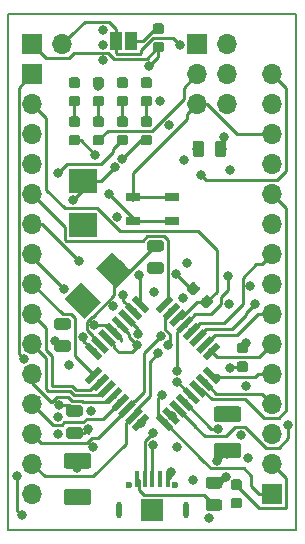
<source format=gbr>
%TF.GenerationSoftware,KiCad,Pcbnew,(5.0.2)-1*%
%TF.CreationDate,2020-12-10T22:03:50+01:00*%
%TF.ProjectId,canduino,63616e64-7569-46e6-9f2e-6b696361645f,rev?*%
%TF.SameCoordinates,Original*%
%TF.FileFunction,Copper,L1,Top*%
%TF.FilePolarity,Positive*%
%FSLAX46Y46*%
G04 Gerber Fmt 4.6, Leading zero omitted, Abs format (unit mm)*
G04 Created by KiCad (PCBNEW (5.0.2)-1) date 10.12.2020 22:03:50*
%MOMM*%
%LPD*%
G01*
G04 APERTURE LIST*
%ADD10C,0.200000*%
%ADD11R,1.150000X0.750000*%
%ADD12O,1.700000X1.700000*%
%ADD13R,1.700000X1.700000*%
%ADD14C,0.100000*%
%ADD15C,0.975000*%
%ADD16C,1.325000*%
%ADD17C,0.875000*%
%ADD18R,0.400000X1.350000*%
%ADD19C,0.600000*%
%ADD20O,0.450000X1.450000*%
%ADD21R,1.900000X1.900000*%
%ADD22R,1.000000X1.500000*%
%ADD23C,0.550000*%
%ADD24R,2.400000X2.000000*%
%ADD25C,2.000000*%
%ADD26C,0.800000*%
%ADD27C,0.250000*%
G04 APERTURE END LIST*
D10*
X76708000Y-63500000D02*
X101092000Y-63500000D01*
X76708000Y-107188000D02*
X76708000Y-63500000D01*
X101092000Y-107188000D02*
X76708000Y-107188000D01*
X101092000Y-63500000D02*
X101092000Y-107188000D01*
D11*
X90525000Y-81010000D03*
X87275000Y-81010000D03*
X90525000Y-79010000D03*
X87275000Y-79010000D03*
D12*
X99060000Y-68580000D03*
X99060000Y-71120000D03*
X99060000Y-73660000D03*
X99060000Y-76200000D03*
X99060000Y-78740000D03*
X99060000Y-81280000D03*
X99060000Y-83820000D03*
X99060000Y-86360000D03*
X99060000Y-88900000D03*
X99060000Y-91440000D03*
X99060000Y-93980000D03*
X99060000Y-96520000D03*
X99060000Y-99060000D03*
X99060000Y-101600000D03*
D13*
X99060000Y-104140000D03*
X78740000Y-68580000D03*
D12*
X78740000Y-71120000D03*
X78740000Y-73660000D03*
X78740000Y-76200000D03*
X78740000Y-78740000D03*
X78740000Y-81280000D03*
X78740000Y-83820000D03*
X78740000Y-86360000D03*
X78740000Y-88900000D03*
X78740000Y-91440000D03*
X78740000Y-93980000D03*
X78740000Y-96520000D03*
X78740000Y-99060000D03*
X78740000Y-101600000D03*
X78740000Y-104140000D03*
D14*
G36*
X93056142Y-74231174D02*
X93079803Y-74234684D01*
X93103007Y-74240496D01*
X93125529Y-74248554D01*
X93147153Y-74258782D01*
X93167670Y-74271079D01*
X93186883Y-74285329D01*
X93204607Y-74301393D01*
X93220671Y-74319117D01*
X93234921Y-74338330D01*
X93247218Y-74358847D01*
X93257446Y-74380471D01*
X93265504Y-74402993D01*
X93271316Y-74426197D01*
X93274826Y-74449858D01*
X93276000Y-74473750D01*
X93276000Y-75386250D01*
X93274826Y-75410142D01*
X93271316Y-75433803D01*
X93265504Y-75457007D01*
X93257446Y-75479529D01*
X93247218Y-75501153D01*
X93234921Y-75521670D01*
X93220671Y-75540883D01*
X93204607Y-75558607D01*
X93186883Y-75574671D01*
X93167670Y-75588921D01*
X93147153Y-75601218D01*
X93125529Y-75611446D01*
X93103007Y-75619504D01*
X93079803Y-75625316D01*
X93056142Y-75628826D01*
X93032250Y-75630000D01*
X92544750Y-75630000D01*
X92520858Y-75628826D01*
X92497197Y-75625316D01*
X92473993Y-75619504D01*
X92451471Y-75611446D01*
X92429847Y-75601218D01*
X92409330Y-75588921D01*
X92390117Y-75574671D01*
X92372393Y-75558607D01*
X92356329Y-75540883D01*
X92342079Y-75521670D01*
X92329782Y-75501153D01*
X92319554Y-75479529D01*
X92311496Y-75457007D01*
X92305684Y-75433803D01*
X92302174Y-75410142D01*
X92301000Y-75386250D01*
X92301000Y-74473750D01*
X92302174Y-74449858D01*
X92305684Y-74426197D01*
X92311496Y-74402993D01*
X92319554Y-74380471D01*
X92329782Y-74358847D01*
X92342079Y-74338330D01*
X92356329Y-74319117D01*
X92372393Y-74301393D01*
X92390117Y-74285329D01*
X92409330Y-74271079D01*
X92429847Y-74258782D01*
X92451471Y-74248554D01*
X92473993Y-74240496D01*
X92497197Y-74234684D01*
X92520858Y-74231174D01*
X92544750Y-74230000D01*
X93032250Y-74230000D01*
X93056142Y-74231174D01*
X93056142Y-74231174D01*
G37*
D15*
X92788500Y-74930000D03*
D14*
G36*
X94931142Y-74231174D02*
X94954803Y-74234684D01*
X94978007Y-74240496D01*
X95000529Y-74248554D01*
X95022153Y-74258782D01*
X95042670Y-74271079D01*
X95061883Y-74285329D01*
X95079607Y-74301393D01*
X95095671Y-74319117D01*
X95109921Y-74338330D01*
X95122218Y-74358847D01*
X95132446Y-74380471D01*
X95140504Y-74402993D01*
X95146316Y-74426197D01*
X95149826Y-74449858D01*
X95151000Y-74473750D01*
X95151000Y-75386250D01*
X95149826Y-75410142D01*
X95146316Y-75433803D01*
X95140504Y-75457007D01*
X95132446Y-75479529D01*
X95122218Y-75501153D01*
X95109921Y-75521670D01*
X95095671Y-75540883D01*
X95079607Y-75558607D01*
X95061883Y-75574671D01*
X95042670Y-75588921D01*
X95022153Y-75601218D01*
X95000529Y-75611446D01*
X94978007Y-75619504D01*
X94954803Y-75625316D01*
X94931142Y-75628826D01*
X94907250Y-75630000D01*
X94419750Y-75630000D01*
X94395858Y-75628826D01*
X94372197Y-75625316D01*
X94348993Y-75619504D01*
X94326471Y-75611446D01*
X94304847Y-75601218D01*
X94284330Y-75588921D01*
X94265117Y-75574671D01*
X94247393Y-75558607D01*
X94231329Y-75540883D01*
X94217079Y-75521670D01*
X94204782Y-75501153D01*
X94194554Y-75479529D01*
X94186496Y-75457007D01*
X94180684Y-75433803D01*
X94177174Y-75410142D01*
X94176000Y-75386250D01*
X94176000Y-74473750D01*
X94177174Y-74449858D01*
X94180684Y-74426197D01*
X94186496Y-74402993D01*
X94194554Y-74380471D01*
X94204782Y-74358847D01*
X94217079Y-74338330D01*
X94231329Y-74319117D01*
X94247393Y-74301393D01*
X94265117Y-74285329D01*
X94284330Y-74271079D01*
X94304847Y-74258782D01*
X94326471Y-74248554D01*
X94348993Y-74240496D01*
X94372197Y-74234684D01*
X94395858Y-74231174D01*
X94419750Y-74230000D01*
X94907250Y-74230000D01*
X94931142Y-74231174D01*
X94931142Y-74231174D01*
G37*
D15*
X94663500Y-74930000D03*
D14*
G36*
X82776142Y-96620174D02*
X82799803Y-96623684D01*
X82823007Y-96629496D01*
X82845529Y-96637554D01*
X82867153Y-96647782D01*
X82887670Y-96660079D01*
X82906883Y-96674329D01*
X82924607Y-96690393D01*
X82940671Y-96708117D01*
X82954921Y-96727330D01*
X82967218Y-96747847D01*
X82977446Y-96769471D01*
X82985504Y-96791993D01*
X82991316Y-96815197D01*
X82994826Y-96838858D01*
X82996000Y-96862750D01*
X82996000Y-97350250D01*
X82994826Y-97374142D01*
X82991316Y-97397803D01*
X82985504Y-97421007D01*
X82977446Y-97443529D01*
X82967218Y-97465153D01*
X82954921Y-97485670D01*
X82940671Y-97504883D01*
X82924607Y-97522607D01*
X82906883Y-97538671D01*
X82887670Y-97552921D01*
X82867153Y-97565218D01*
X82845529Y-97575446D01*
X82823007Y-97583504D01*
X82799803Y-97589316D01*
X82776142Y-97592826D01*
X82752250Y-97594000D01*
X81839750Y-97594000D01*
X81815858Y-97592826D01*
X81792197Y-97589316D01*
X81768993Y-97583504D01*
X81746471Y-97575446D01*
X81724847Y-97565218D01*
X81704330Y-97552921D01*
X81685117Y-97538671D01*
X81667393Y-97522607D01*
X81651329Y-97504883D01*
X81637079Y-97485670D01*
X81624782Y-97465153D01*
X81614554Y-97443529D01*
X81606496Y-97421007D01*
X81600684Y-97397803D01*
X81597174Y-97374142D01*
X81596000Y-97350250D01*
X81596000Y-96862750D01*
X81597174Y-96838858D01*
X81600684Y-96815197D01*
X81606496Y-96791993D01*
X81614554Y-96769471D01*
X81624782Y-96747847D01*
X81637079Y-96727330D01*
X81651329Y-96708117D01*
X81667393Y-96690393D01*
X81685117Y-96674329D01*
X81704330Y-96660079D01*
X81724847Y-96647782D01*
X81746471Y-96637554D01*
X81768993Y-96629496D01*
X81792197Y-96623684D01*
X81815858Y-96620174D01*
X81839750Y-96619000D01*
X82752250Y-96619000D01*
X82776142Y-96620174D01*
X82776142Y-96620174D01*
G37*
D15*
X82296000Y-97106500D03*
D14*
G36*
X82776142Y-98495174D02*
X82799803Y-98498684D01*
X82823007Y-98504496D01*
X82845529Y-98512554D01*
X82867153Y-98522782D01*
X82887670Y-98535079D01*
X82906883Y-98549329D01*
X82924607Y-98565393D01*
X82940671Y-98583117D01*
X82954921Y-98602330D01*
X82967218Y-98622847D01*
X82977446Y-98644471D01*
X82985504Y-98666993D01*
X82991316Y-98690197D01*
X82994826Y-98713858D01*
X82996000Y-98737750D01*
X82996000Y-99225250D01*
X82994826Y-99249142D01*
X82991316Y-99272803D01*
X82985504Y-99296007D01*
X82977446Y-99318529D01*
X82967218Y-99340153D01*
X82954921Y-99360670D01*
X82940671Y-99379883D01*
X82924607Y-99397607D01*
X82906883Y-99413671D01*
X82887670Y-99427921D01*
X82867153Y-99440218D01*
X82845529Y-99450446D01*
X82823007Y-99458504D01*
X82799803Y-99464316D01*
X82776142Y-99467826D01*
X82752250Y-99469000D01*
X81839750Y-99469000D01*
X81815858Y-99467826D01*
X81792197Y-99464316D01*
X81768993Y-99458504D01*
X81746471Y-99450446D01*
X81724847Y-99440218D01*
X81704330Y-99427921D01*
X81685117Y-99413671D01*
X81667393Y-99397607D01*
X81651329Y-99379883D01*
X81637079Y-99360670D01*
X81624782Y-99340153D01*
X81614554Y-99318529D01*
X81606496Y-99296007D01*
X81600684Y-99272803D01*
X81597174Y-99249142D01*
X81596000Y-99225250D01*
X81596000Y-98737750D01*
X81597174Y-98713858D01*
X81600684Y-98690197D01*
X81606496Y-98666993D01*
X81614554Y-98644471D01*
X81624782Y-98622847D01*
X81637079Y-98602330D01*
X81651329Y-98583117D01*
X81667393Y-98565393D01*
X81685117Y-98549329D01*
X81704330Y-98535079D01*
X81724847Y-98522782D01*
X81746471Y-98512554D01*
X81768993Y-98504496D01*
X81792197Y-98498684D01*
X81815858Y-98495174D01*
X81839750Y-98494000D01*
X82752250Y-98494000D01*
X82776142Y-98495174D01*
X82776142Y-98495174D01*
G37*
D15*
X82296000Y-98981500D03*
D14*
G36*
X83499506Y-103746204D02*
X83523774Y-103749804D01*
X83547573Y-103755765D01*
X83570672Y-103764030D01*
X83592850Y-103774519D01*
X83613893Y-103787132D01*
X83633599Y-103801747D01*
X83651777Y-103818223D01*
X83668253Y-103836401D01*
X83682868Y-103856107D01*
X83695481Y-103877150D01*
X83705970Y-103899328D01*
X83714235Y-103922427D01*
X83720196Y-103946226D01*
X83723796Y-103970494D01*
X83725000Y-103994998D01*
X83725000Y-104820002D01*
X83723796Y-104844506D01*
X83720196Y-104868774D01*
X83714235Y-104892573D01*
X83705970Y-104915672D01*
X83695481Y-104937850D01*
X83682868Y-104958893D01*
X83668253Y-104978599D01*
X83651777Y-104996777D01*
X83633599Y-105013253D01*
X83613893Y-105027868D01*
X83592850Y-105040481D01*
X83570672Y-105050970D01*
X83547573Y-105059235D01*
X83523774Y-105065196D01*
X83499506Y-105068796D01*
X83475002Y-105070000D01*
X81624998Y-105070000D01*
X81600494Y-105068796D01*
X81576226Y-105065196D01*
X81552427Y-105059235D01*
X81529328Y-105050970D01*
X81507150Y-105040481D01*
X81486107Y-105027868D01*
X81466401Y-105013253D01*
X81448223Y-104996777D01*
X81431747Y-104978599D01*
X81417132Y-104958893D01*
X81404519Y-104937850D01*
X81394030Y-104915672D01*
X81385765Y-104892573D01*
X81379804Y-104868774D01*
X81376204Y-104844506D01*
X81375000Y-104820002D01*
X81375000Y-103994998D01*
X81376204Y-103970494D01*
X81379804Y-103946226D01*
X81385765Y-103922427D01*
X81394030Y-103899328D01*
X81404519Y-103877150D01*
X81417132Y-103856107D01*
X81431747Y-103836401D01*
X81448223Y-103818223D01*
X81466401Y-103801747D01*
X81486107Y-103787132D01*
X81507150Y-103774519D01*
X81529328Y-103764030D01*
X81552427Y-103755765D01*
X81576226Y-103749804D01*
X81600494Y-103746204D01*
X81624998Y-103745000D01*
X83475002Y-103745000D01*
X83499506Y-103746204D01*
X83499506Y-103746204D01*
G37*
D16*
X82550000Y-104407500D03*
D14*
G36*
X83499506Y-100671204D02*
X83523774Y-100674804D01*
X83547573Y-100680765D01*
X83570672Y-100689030D01*
X83592850Y-100699519D01*
X83613893Y-100712132D01*
X83633599Y-100726747D01*
X83651777Y-100743223D01*
X83668253Y-100761401D01*
X83682868Y-100781107D01*
X83695481Y-100802150D01*
X83705970Y-100824328D01*
X83714235Y-100847427D01*
X83720196Y-100871226D01*
X83723796Y-100895494D01*
X83725000Y-100919998D01*
X83725000Y-101745002D01*
X83723796Y-101769506D01*
X83720196Y-101793774D01*
X83714235Y-101817573D01*
X83705970Y-101840672D01*
X83695481Y-101862850D01*
X83682868Y-101883893D01*
X83668253Y-101903599D01*
X83651777Y-101921777D01*
X83633599Y-101938253D01*
X83613893Y-101952868D01*
X83592850Y-101965481D01*
X83570672Y-101975970D01*
X83547573Y-101984235D01*
X83523774Y-101990196D01*
X83499506Y-101993796D01*
X83475002Y-101995000D01*
X81624998Y-101995000D01*
X81600494Y-101993796D01*
X81576226Y-101990196D01*
X81552427Y-101984235D01*
X81529328Y-101975970D01*
X81507150Y-101965481D01*
X81486107Y-101952868D01*
X81466401Y-101938253D01*
X81448223Y-101921777D01*
X81431747Y-101903599D01*
X81417132Y-101883893D01*
X81404519Y-101862850D01*
X81394030Y-101840672D01*
X81385765Y-101817573D01*
X81379804Y-101793774D01*
X81376204Y-101769506D01*
X81375000Y-101745002D01*
X81375000Y-100919998D01*
X81376204Y-100895494D01*
X81379804Y-100871226D01*
X81385765Y-100847427D01*
X81394030Y-100824328D01*
X81404519Y-100802150D01*
X81417132Y-100781107D01*
X81431747Y-100761401D01*
X81448223Y-100743223D01*
X81466401Y-100726747D01*
X81486107Y-100712132D01*
X81507150Y-100699519D01*
X81529328Y-100689030D01*
X81552427Y-100680765D01*
X81576226Y-100674804D01*
X81600494Y-100671204D01*
X81624998Y-100670000D01*
X83475002Y-100670000D01*
X83499506Y-100671204D01*
X83499506Y-100671204D01*
G37*
D16*
X82550000Y-101332500D03*
D14*
G36*
X89634142Y-82650174D02*
X89657803Y-82653684D01*
X89681007Y-82659496D01*
X89703529Y-82667554D01*
X89725153Y-82677782D01*
X89745670Y-82690079D01*
X89764883Y-82704329D01*
X89782607Y-82720393D01*
X89798671Y-82738117D01*
X89812921Y-82757330D01*
X89825218Y-82777847D01*
X89835446Y-82799471D01*
X89843504Y-82821993D01*
X89849316Y-82845197D01*
X89852826Y-82868858D01*
X89854000Y-82892750D01*
X89854000Y-83380250D01*
X89852826Y-83404142D01*
X89849316Y-83427803D01*
X89843504Y-83451007D01*
X89835446Y-83473529D01*
X89825218Y-83495153D01*
X89812921Y-83515670D01*
X89798671Y-83534883D01*
X89782607Y-83552607D01*
X89764883Y-83568671D01*
X89745670Y-83582921D01*
X89725153Y-83595218D01*
X89703529Y-83605446D01*
X89681007Y-83613504D01*
X89657803Y-83619316D01*
X89634142Y-83622826D01*
X89610250Y-83624000D01*
X88697750Y-83624000D01*
X88673858Y-83622826D01*
X88650197Y-83619316D01*
X88626993Y-83613504D01*
X88604471Y-83605446D01*
X88582847Y-83595218D01*
X88562330Y-83582921D01*
X88543117Y-83568671D01*
X88525393Y-83552607D01*
X88509329Y-83534883D01*
X88495079Y-83515670D01*
X88482782Y-83495153D01*
X88472554Y-83473529D01*
X88464496Y-83451007D01*
X88458684Y-83427803D01*
X88455174Y-83404142D01*
X88454000Y-83380250D01*
X88454000Y-82892750D01*
X88455174Y-82868858D01*
X88458684Y-82845197D01*
X88464496Y-82821993D01*
X88472554Y-82799471D01*
X88482782Y-82777847D01*
X88495079Y-82757330D01*
X88509329Y-82738117D01*
X88525393Y-82720393D01*
X88543117Y-82704329D01*
X88562330Y-82690079D01*
X88582847Y-82677782D01*
X88604471Y-82667554D01*
X88626993Y-82659496D01*
X88650197Y-82653684D01*
X88673858Y-82650174D01*
X88697750Y-82649000D01*
X89610250Y-82649000D01*
X89634142Y-82650174D01*
X89634142Y-82650174D01*
G37*
D15*
X89154000Y-83136500D03*
D14*
G36*
X89634142Y-84525174D02*
X89657803Y-84528684D01*
X89681007Y-84534496D01*
X89703529Y-84542554D01*
X89725153Y-84552782D01*
X89745670Y-84565079D01*
X89764883Y-84579329D01*
X89782607Y-84595393D01*
X89798671Y-84613117D01*
X89812921Y-84632330D01*
X89825218Y-84652847D01*
X89835446Y-84674471D01*
X89843504Y-84696993D01*
X89849316Y-84720197D01*
X89852826Y-84743858D01*
X89854000Y-84767750D01*
X89854000Y-85255250D01*
X89852826Y-85279142D01*
X89849316Y-85302803D01*
X89843504Y-85326007D01*
X89835446Y-85348529D01*
X89825218Y-85370153D01*
X89812921Y-85390670D01*
X89798671Y-85409883D01*
X89782607Y-85427607D01*
X89764883Y-85443671D01*
X89745670Y-85457921D01*
X89725153Y-85470218D01*
X89703529Y-85480446D01*
X89681007Y-85488504D01*
X89657803Y-85494316D01*
X89634142Y-85497826D01*
X89610250Y-85499000D01*
X88697750Y-85499000D01*
X88673858Y-85497826D01*
X88650197Y-85494316D01*
X88626993Y-85488504D01*
X88604471Y-85480446D01*
X88582847Y-85470218D01*
X88562330Y-85457921D01*
X88543117Y-85443671D01*
X88525393Y-85427607D01*
X88509329Y-85409883D01*
X88495079Y-85390670D01*
X88482782Y-85370153D01*
X88472554Y-85348529D01*
X88464496Y-85326007D01*
X88458684Y-85302803D01*
X88455174Y-85279142D01*
X88454000Y-85255250D01*
X88454000Y-84767750D01*
X88455174Y-84743858D01*
X88458684Y-84720197D01*
X88464496Y-84696993D01*
X88472554Y-84674471D01*
X88482782Y-84652847D01*
X88495079Y-84632330D01*
X88509329Y-84613117D01*
X88525393Y-84595393D01*
X88543117Y-84579329D01*
X88562330Y-84565079D01*
X88582847Y-84552782D01*
X88604471Y-84542554D01*
X88626993Y-84534496D01*
X88650197Y-84528684D01*
X88673858Y-84525174D01*
X88697750Y-84524000D01*
X89610250Y-84524000D01*
X89634142Y-84525174D01*
X89634142Y-84525174D01*
G37*
D15*
X89154000Y-85011500D03*
D14*
G36*
X81760142Y-91129174D02*
X81783803Y-91132684D01*
X81807007Y-91138496D01*
X81829529Y-91146554D01*
X81851153Y-91156782D01*
X81871670Y-91169079D01*
X81890883Y-91183329D01*
X81908607Y-91199393D01*
X81924671Y-91217117D01*
X81938921Y-91236330D01*
X81951218Y-91256847D01*
X81961446Y-91278471D01*
X81969504Y-91300993D01*
X81975316Y-91324197D01*
X81978826Y-91347858D01*
X81980000Y-91371750D01*
X81980000Y-91859250D01*
X81978826Y-91883142D01*
X81975316Y-91906803D01*
X81969504Y-91930007D01*
X81961446Y-91952529D01*
X81951218Y-91974153D01*
X81938921Y-91994670D01*
X81924671Y-92013883D01*
X81908607Y-92031607D01*
X81890883Y-92047671D01*
X81871670Y-92061921D01*
X81851153Y-92074218D01*
X81829529Y-92084446D01*
X81807007Y-92092504D01*
X81783803Y-92098316D01*
X81760142Y-92101826D01*
X81736250Y-92103000D01*
X80823750Y-92103000D01*
X80799858Y-92101826D01*
X80776197Y-92098316D01*
X80752993Y-92092504D01*
X80730471Y-92084446D01*
X80708847Y-92074218D01*
X80688330Y-92061921D01*
X80669117Y-92047671D01*
X80651393Y-92031607D01*
X80635329Y-92013883D01*
X80621079Y-91994670D01*
X80608782Y-91974153D01*
X80598554Y-91952529D01*
X80590496Y-91930007D01*
X80584684Y-91906803D01*
X80581174Y-91883142D01*
X80580000Y-91859250D01*
X80580000Y-91371750D01*
X80581174Y-91347858D01*
X80584684Y-91324197D01*
X80590496Y-91300993D01*
X80598554Y-91278471D01*
X80608782Y-91256847D01*
X80621079Y-91236330D01*
X80635329Y-91217117D01*
X80651393Y-91199393D01*
X80669117Y-91183329D01*
X80688330Y-91169079D01*
X80708847Y-91156782D01*
X80730471Y-91146554D01*
X80752993Y-91138496D01*
X80776197Y-91132684D01*
X80799858Y-91129174D01*
X80823750Y-91128000D01*
X81736250Y-91128000D01*
X81760142Y-91129174D01*
X81760142Y-91129174D01*
G37*
D15*
X81280000Y-91615500D03*
D14*
G36*
X81760142Y-89254174D02*
X81783803Y-89257684D01*
X81807007Y-89263496D01*
X81829529Y-89271554D01*
X81851153Y-89281782D01*
X81871670Y-89294079D01*
X81890883Y-89308329D01*
X81908607Y-89324393D01*
X81924671Y-89342117D01*
X81938921Y-89361330D01*
X81951218Y-89381847D01*
X81961446Y-89403471D01*
X81969504Y-89425993D01*
X81975316Y-89449197D01*
X81978826Y-89472858D01*
X81980000Y-89496750D01*
X81980000Y-89984250D01*
X81978826Y-90008142D01*
X81975316Y-90031803D01*
X81969504Y-90055007D01*
X81961446Y-90077529D01*
X81951218Y-90099153D01*
X81938921Y-90119670D01*
X81924671Y-90138883D01*
X81908607Y-90156607D01*
X81890883Y-90172671D01*
X81871670Y-90186921D01*
X81851153Y-90199218D01*
X81829529Y-90209446D01*
X81807007Y-90217504D01*
X81783803Y-90223316D01*
X81760142Y-90226826D01*
X81736250Y-90228000D01*
X80823750Y-90228000D01*
X80799858Y-90226826D01*
X80776197Y-90223316D01*
X80752993Y-90217504D01*
X80730471Y-90209446D01*
X80708847Y-90199218D01*
X80688330Y-90186921D01*
X80669117Y-90172671D01*
X80651393Y-90156607D01*
X80635329Y-90138883D01*
X80621079Y-90119670D01*
X80608782Y-90099153D01*
X80598554Y-90077529D01*
X80590496Y-90055007D01*
X80584684Y-90031803D01*
X80581174Y-90008142D01*
X80580000Y-89984250D01*
X80580000Y-89496750D01*
X80581174Y-89472858D01*
X80584684Y-89449197D01*
X80590496Y-89425993D01*
X80598554Y-89403471D01*
X80608782Y-89381847D01*
X80621079Y-89361330D01*
X80635329Y-89342117D01*
X80651393Y-89324393D01*
X80669117Y-89308329D01*
X80688330Y-89294079D01*
X80708847Y-89281782D01*
X80730471Y-89271554D01*
X80752993Y-89263496D01*
X80776197Y-89257684D01*
X80799858Y-89254174D01*
X80823750Y-89253000D01*
X81736250Y-89253000D01*
X81760142Y-89254174D01*
X81760142Y-89254174D01*
G37*
D15*
X81280000Y-89740500D03*
D14*
G36*
X96199506Y-99809204D02*
X96223774Y-99812804D01*
X96247573Y-99818765D01*
X96270672Y-99827030D01*
X96292850Y-99837519D01*
X96313893Y-99850132D01*
X96333599Y-99864747D01*
X96351777Y-99881223D01*
X96368253Y-99899401D01*
X96382868Y-99919107D01*
X96395481Y-99940150D01*
X96405970Y-99962328D01*
X96414235Y-99985427D01*
X96420196Y-100009226D01*
X96423796Y-100033494D01*
X96425000Y-100057998D01*
X96425000Y-100883002D01*
X96423796Y-100907506D01*
X96420196Y-100931774D01*
X96414235Y-100955573D01*
X96405970Y-100978672D01*
X96395481Y-101000850D01*
X96382868Y-101021893D01*
X96368253Y-101041599D01*
X96351777Y-101059777D01*
X96333599Y-101076253D01*
X96313893Y-101090868D01*
X96292850Y-101103481D01*
X96270672Y-101113970D01*
X96247573Y-101122235D01*
X96223774Y-101128196D01*
X96199506Y-101131796D01*
X96175002Y-101133000D01*
X94324998Y-101133000D01*
X94300494Y-101131796D01*
X94276226Y-101128196D01*
X94252427Y-101122235D01*
X94229328Y-101113970D01*
X94207150Y-101103481D01*
X94186107Y-101090868D01*
X94166401Y-101076253D01*
X94148223Y-101059777D01*
X94131747Y-101041599D01*
X94117132Y-101021893D01*
X94104519Y-101000850D01*
X94094030Y-100978672D01*
X94085765Y-100955573D01*
X94079804Y-100931774D01*
X94076204Y-100907506D01*
X94075000Y-100883002D01*
X94075000Y-100057998D01*
X94076204Y-100033494D01*
X94079804Y-100009226D01*
X94085765Y-99985427D01*
X94094030Y-99962328D01*
X94104519Y-99940150D01*
X94117132Y-99919107D01*
X94131747Y-99899401D01*
X94148223Y-99881223D01*
X94166401Y-99864747D01*
X94186107Y-99850132D01*
X94207150Y-99837519D01*
X94229328Y-99827030D01*
X94252427Y-99818765D01*
X94276226Y-99812804D01*
X94300494Y-99809204D01*
X94324998Y-99808000D01*
X96175002Y-99808000D01*
X96199506Y-99809204D01*
X96199506Y-99809204D01*
G37*
D16*
X95250000Y-100470500D03*
D14*
G36*
X96199506Y-96734204D02*
X96223774Y-96737804D01*
X96247573Y-96743765D01*
X96270672Y-96752030D01*
X96292850Y-96762519D01*
X96313893Y-96775132D01*
X96333599Y-96789747D01*
X96351777Y-96806223D01*
X96368253Y-96824401D01*
X96382868Y-96844107D01*
X96395481Y-96865150D01*
X96405970Y-96887328D01*
X96414235Y-96910427D01*
X96420196Y-96934226D01*
X96423796Y-96958494D01*
X96425000Y-96982998D01*
X96425000Y-97808002D01*
X96423796Y-97832506D01*
X96420196Y-97856774D01*
X96414235Y-97880573D01*
X96405970Y-97903672D01*
X96395481Y-97925850D01*
X96382868Y-97946893D01*
X96368253Y-97966599D01*
X96351777Y-97984777D01*
X96333599Y-98001253D01*
X96313893Y-98015868D01*
X96292850Y-98028481D01*
X96270672Y-98038970D01*
X96247573Y-98047235D01*
X96223774Y-98053196D01*
X96199506Y-98056796D01*
X96175002Y-98058000D01*
X94324998Y-98058000D01*
X94300494Y-98056796D01*
X94276226Y-98053196D01*
X94252427Y-98047235D01*
X94229328Y-98038970D01*
X94207150Y-98028481D01*
X94186107Y-98015868D01*
X94166401Y-98001253D01*
X94148223Y-97984777D01*
X94131747Y-97966599D01*
X94117132Y-97946893D01*
X94104519Y-97925850D01*
X94094030Y-97903672D01*
X94085765Y-97880573D01*
X94079804Y-97856774D01*
X94076204Y-97832506D01*
X94075000Y-97808002D01*
X94075000Y-96982998D01*
X94076204Y-96958494D01*
X94079804Y-96934226D01*
X94085765Y-96910427D01*
X94094030Y-96887328D01*
X94104519Y-96865150D01*
X94117132Y-96844107D01*
X94131747Y-96824401D01*
X94148223Y-96806223D01*
X94166401Y-96789747D01*
X94186107Y-96775132D01*
X94207150Y-96762519D01*
X94229328Y-96752030D01*
X94252427Y-96743765D01*
X94276226Y-96737804D01*
X94300494Y-96734204D01*
X94324998Y-96733000D01*
X96175002Y-96733000D01*
X96199506Y-96734204D01*
X96199506Y-96734204D01*
G37*
D16*
X95250000Y-97395500D03*
D14*
G36*
X96289691Y-104491053D02*
X96310926Y-104494203D01*
X96331750Y-104499419D01*
X96351962Y-104506651D01*
X96371368Y-104515830D01*
X96389781Y-104526866D01*
X96407024Y-104539654D01*
X96422930Y-104554070D01*
X96437346Y-104569976D01*
X96450134Y-104587219D01*
X96461170Y-104605632D01*
X96470349Y-104625038D01*
X96477581Y-104645250D01*
X96482797Y-104666074D01*
X96485947Y-104687309D01*
X96487000Y-104708750D01*
X96487000Y-105146250D01*
X96485947Y-105167691D01*
X96482797Y-105188926D01*
X96477581Y-105209750D01*
X96470349Y-105229962D01*
X96461170Y-105249368D01*
X96450134Y-105267781D01*
X96437346Y-105285024D01*
X96422930Y-105300930D01*
X96407024Y-105315346D01*
X96389781Y-105328134D01*
X96371368Y-105339170D01*
X96351962Y-105348349D01*
X96331750Y-105355581D01*
X96310926Y-105360797D01*
X96289691Y-105363947D01*
X96268250Y-105365000D01*
X95755750Y-105365000D01*
X95734309Y-105363947D01*
X95713074Y-105360797D01*
X95692250Y-105355581D01*
X95672038Y-105348349D01*
X95652632Y-105339170D01*
X95634219Y-105328134D01*
X95616976Y-105315346D01*
X95601070Y-105300930D01*
X95586654Y-105285024D01*
X95573866Y-105267781D01*
X95562830Y-105249368D01*
X95553651Y-105229962D01*
X95546419Y-105209750D01*
X95541203Y-105188926D01*
X95538053Y-105167691D01*
X95537000Y-105146250D01*
X95537000Y-104708750D01*
X95538053Y-104687309D01*
X95541203Y-104666074D01*
X95546419Y-104645250D01*
X95553651Y-104625038D01*
X95562830Y-104605632D01*
X95573866Y-104587219D01*
X95586654Y-104569976D01*
X95601070Y-104554070D01*
X95616976Y-104539654D01*
X95634219Y-104526866D01*
X95652632Y-104515830D01*
X95672038Y-104506651D01*
X95692250Y-104499419D01*
X95713074Y-104494203D01*
X95734309Y-104491053D01*
X95755750Y-104490000D01*
X96268250Y-104490000D01*
X96289691Y-104491053D01*
X96289691Y-104491053D01*
G37*
D17*
X96012000Y-104927500D03*
D14*
G36*
X96289691Y-102916053D02*
X96310926Y-102919203D01*
X96331750Y-102924419D01*
X96351962Y-102931651D01*
X96371368Y-102940830D01*
X96389781Y-102951866D01*
X96407024Y-102964654D01*
X96422930Y-102979070D01*
X96437346Y-102994976D01*
X96450134Y-103012219D01*
X96461170Y-103030632D01*
X96470349Y-103050038D01*
X96477581Y-103070250D01*
X96482797Y-103091074D01*
X96485947Y-103112309D01*
X96487000Y-103133750D01*
X96487000Y-103571250D01*
X96485947Y-103592691D01*
X96482797Y-103613926D01*
X96477581Y-103634750D01*
X96470349Y-103654962D01*
X96461170Y-103674368D01*
X96450134Y-103692781D01*
X96437346Y-103710024D01*
X96422930Y-103725930D01*
X96407024Y-103740346D01*
X96389781Y-103753134D01*
X96371368Y-103764170D01*
X96351962Y-103773349D01*
X96331750Y-103780581D01*
X96310926Y-103785797D01*
X96289691Y-103788947D01*
X96268250Y-103790000D01*
X95755750Y-103790000D01*
X95734309Y-103788947D01*
X95713074Y-103785797D01*
X95692250Y-103780581D01*
X95672038Y-103773349D01*
X95652632Y-103764170D01*
X95634219Y-103753134D01*
X95616976Y-103740346D01*
X95601070Y-103725930D01*
X95586654Y-103710024D01*
X95573866Y-103692781D01*
X95562830Y-103674368D01*
X95553651Y-103654962D01*
X95546419Y-103634750D01*
X95541203Y-103613926D01*
X95538053Y-103592691D01*
X95537000Y-103571250D01*
X95537000Y-103133750D01*
X95538053Y-103112309D01*
X95541203Y-103091074D01*
X95546419Y-103070250D01*
X95553651Y-103050038D01*
X95562830Y-103030632D01*
X95573866Y-103012219D01*
X95586654Y-102994976D01*
X95601070Y-102979070D01*
X95616976Y-102964654D01*
X95634219Y-102951866D01*
X95652632Y-102940830D01*
X95672038Y-102931651D01*
X95692250Y-102924419D01*
X95713074Y-102919203D01*
X95734309Y-102916053D01*
X95755750Y-102915000D01*
X96268250Y-102915000D01*
X96289691Y-102916053D01*
X96289691Y-102916053D01*
G37*
D17*
X96012000Y-103352500D03*
D14*
G36*
X82573691Y-68880053D02*
X82594926Y-68883203D01*
X82615750Y-68888419D01*
X82635962Y-68895651D01*
X82655368Y-68904830D01*
X82673781Y-68915866D01*
X82691024Y-68928654D01*
X82706930Y-68943070D01*
X82721346Y-68958976D01*
X82734134Y-68976219D01*
X82745170Y-68994632D01*
X82754349Y-69014038D01*
X82761581Y-69034250D01*
X82766797Y-69055074D01*
X82769947Y-69076309D01*
X82771000Y-69097750D01*
X82771000Y-69535250D01*
X82769947Y-69556691D01*
X82766797Y-69577926D01*
X82761581Y-69598750D01*
X82754349Y-69618962D01*
X82745170Y-69638368D01*
X82734134Y-69656781D01*
X82721346Y-69674024D01*
X82706930Y-69689930D01*
X82691024Y-69704346D01*
X82673781Y-69717134D01*
X82655368Y-69728170D01*
X82635962Y-69737349D01*
X82615750Y-69744581D01*
X82594926Y-69749797D01*
X82573691Y-69752947D01*
X82552250Y-69754000D01*
X82039750Y-69754000D01*
X82018309Y-69752947D01*
X81997074Y-69749797D01*
X81976250Y-69744581D01*
X81956038Y-69737349D01*
X81936632Y-69728170D01*
X81918219Y-69717134D01*
X81900976Y-69704346D01*
X81885070Y-69689930D01*
X81870654Y-69674024D01*
X81857866Y-69656781D01*
X81846830Y-69638368D01*
X81837651Y-69618962D01*
X81830419Y-69598750D01*
X81825203Y-69577926D01*
X81822053Y-69556691D01*
X81821000Y-69535250D01*
X81821000Y-69097750D01*
X81822053Y-69076309D01*
X81825203Y-69055074D01*
X81830419Y-69034250D01*
X81837651Y-69014038D01*
X81846830Y-68994632D01*
X81857866Y-68976219D01*
X81870654Y-68958976D01*
X81885070Y-68943070D01*
X81900976Y-68928654D01*
X81918219Y-68915866D01*
X81936632Y-68904830D01*
X81956038Y-68895651D01*
X81976250Y-68888419D01*
X81997074Y-68883203D01*
X82018309Y-68880053D01*
X82039750Y-68879000D01*
X82552250Y-68879000D01*
X82573691Y-68880053D01*
X82573691Y-68880053D01*
G37*
D17*
X82296000Y-69316500D03*
D14*
G36*
X82573691Y-70455053D02*
X82594926Y-70458203D01*
X82615750Y-70463419D01*
X82635962Y-70470651D01*
X82655368Y-70479830D01*
X82673781Y-70490866D01*
X82691024Y-70503654D01*
X82706930Y-70518070D01*
X82721346Y-70533976D01*
X82734134Y-70551219D01*
X82745170Y-70569632D01*
X82754349Y-70589038D01*
X82761581Y-70609250D01*
X82766797Y-70630074D01*
X82769947Y-70651309D01*
X82771000Y-70672750D01*
X82771000Y-71110250D01*
X82769947Y-71131691D01*
X82766797Y-71152926D01*
X82761581Y-71173750D01*
X82754349Y-71193962D01*
X82745170Y-71213368D01*
X82734134Y-71231781D01*
X82721346Y-71249024D01*
X82706930Y-71264930D01*
X82691024Y-71279346D01*
X82673781Y-71292134D01*
X82655368Y-71303170D01*
X82635962Y-71312349D01*
X82615750Y-71319581D01*
X82594926Y-71324797D01*
X82573691Y-71327947D01*
X82552250Y-71329000D01*
X82039750Y-71329000D01*
X82018309Y-71327947D01*
X81997074Y-71324797D01*
X81976250Y-71319581D01*
X81956038Y-71312349D01*
X81936632Y-71303170D01*
X81918219Y-71292134D01*
X81900976Y-71279346D01*
X81885070Y-71264930D01*
X81870654Y-71249024D01*
X81857866Y-71231781D01*
X81846830Y-71213368D01*
X81837651Y-71193962D01*
X81830419Y-71173750D01*
X81825203Y-71152926D01*
X81822053Y-71131691D01*
X81821000Y-71110250D01*
X81821000Y-70672750D01*
X81822053Y-70651309D01*
X81825203Y-70630074D01*
X81830419Y-70609250D01*
X81837651Y-70589038D01*
X81846830Y-70569632D01*
X81857866Y-70551219D01*
X81870654Y-70533976D01*
X81885070Y-70518070D01*
X81900976Y-70503654D01*
X81918219Y-70490866D01*
X81936632Y-70479830D01*
X81956038Y-70470651D01*
X81976250Y-70463419D01*
X81997074Y-70458203D01*
X82018309Y-70455053D01*
X82039750Y-70454000D01*
X82552250Y-70454000D01*
X82573691Y-70455053D01*
X82573691Y-70455053D01*
G37*
D17*
X82296000Y-70891500D03*
D14*
G36*
X84605691Y-70455053D02*
X84626926Y-70458203D01*
X84647750Y-70463419D01*
X84667962Y-70470651D01*
X84687368Y-70479830D01*
X84705781Y-70490866D01*
X84723024Y-70503654D01*
X84738930Y-70518070D01*
X84753346Y-70533976D01*
X84766134Y-70551219D01*
X84777170Y-70569632D01*
X84786349Y-70589038D01*
X84793581Y-70609250D01*
X84798797Y-70630074D01*
X84801947Y-70651309D01*
X84803000Y-70672750D01*
X84803000Y-71110250D01*
X84801947Y-71131691D01*
X84798797Y-71152926D01*
X84793581Y-71173750D01*
X84786349Y-71193962D01*
X84777170Y-71213368D01*
X84766134Y-71231781D01*
X84753346Y-71249024D01*
X84738930Y-71264930D01*
X84723024Y-71279346D01*
X84705781Y-71292134D01*
X84687368Y-71303170D01*
X84667962Y-71312349D01*
X84647750Y-71319581D01*
X84626926Y-71324797D01*
X84605691Y-71327947D01*
X84584250Y-71329000D01*
X84071750Y-71329000D01*
X84050309Y-71327947D01*
X84029074Y-71324797D01*
X84008250Y-71319581D01*
X83988038Y-71312349D01*
X83968632Y-71303170D01*
X83950219Y-71292134D01*
X83932976Y-71279346D01*
X83917070Y-71264930D01*
X83902654Y-71249024D01*
X83889866Y-71231781D01*
X83878830Y-71213368D01*
X83869651Y-71193962D01*
X83862419Y-71173750D01*
X83857203Y-71152926D01*
X83854053Y-71131691D01*
X83853000Y-71110250D01*
X83853000Y-70672750D01*
X83854053Y-70651309D01*
X83857203Y-70630074D01*
X83862419Y-70609250D01*
X83869651Y-70589038D01*
X83878830Y-70569632D01*
X83889866Y-70551219D01*
X83902654Y-70533976D01*
X83917070Y-70518070D01*
X83932976Y-70503654D01*
X83950219Y-70490866D01*
X83968632Y-70479830D01*
X83988038Y-70470651D01*
X84008250Y-70463419D01*
X84029074Y-70458203D01*
X84050309Y-70455053D01*
X84071750Y-70454000D01*
X84584250Y-70454000D01*
X84605691Y-70455053D01*
X84605691Y-70455053D01*
G37*
D17*
X84328000Y-70891500D03*
D14*
G36*
X84605691Y-68880053D02*
X84626926Y-68883203D01*
X84647750Y-68888419D01*
X84667962Y-68895651D01*
X84687368Y-68904830D01*
X84705781Y-68915866D01*
X84723024Y-68928654D01*
X84738930Y-68943070D01*
X84753346Y-68958976D01*
X84766134Y-68976219D01*
X84777170Y-68994632D01*
X84786349Y-69014038D01*
X84793581Y-69034250D01*
X84798797Y-69055074D01*
X84801947Y-69076309D01*
X84803000Y-69097750D01*
X84803000Y-69535250D01*
X84801947Y-69556691D01*
X84798797Y-69577926D01*
X84793581Y-69598750D01*
X84786349Y-69618962D01*
X84777170Y-69638368D01*
X84766134Y-69656781D01*
X84753346Y-69674024D01*
X84738930Y-69689930D01*
X84723024Y-69704346D01*
X84705781Y-69717134D01*
X84687368Y-69728170D01*
X84667962Y-69737349D01*
X84647750Y-69744581D01*
X84626926Y-69749797D01*
X84605691Y-69752947D01*
X84584250Y-69754000D01*
X84071750Y-69754000D01*
X84050309Y-69752947D01*
X84029074Y-69749797D01*
X84008250Y-69744581D01*
X83988038Y-69737349D01*
X83968632Y-69728170D01*
X83950219Y-69717134D01*
X83932976Y-69704346D01*
X83917070Y-69689930D01*
X83902654Y-69674024D01*
X83889866Y-69656781D01*
X83878830Y-69638368D01*
X83869651Y-69618962D01*
X83862419Y-69598750D01*
X83857203Y-69577926D01*
X83854053Y-69556691D01*
X83853000Y-69535250D01*
X83853000Y-69097750D01*
X83854053Y-69076309D01*
X83857203Y-69055074D01*
X83862419Y-69034250D01*
X83869651Y-69014038D01*
X83878830Y-68994632D01*
X83889866Y-68976219D01*
X83902654Y-68958976D01*
X83917070Y-68943070D01*
X83932976Y-68928654D01*
X83950219Y-68915866D01*
X83968632Y-68904830D01*
X83988038Y-68895651D01*
X84008250Y-68888419D01*
X84029074Y-68883203D01*
X84050309Y-68880053D01*
X84071750Y-68879000D01*
X84584250Y-68879000D01*
X84605691Y-68880053D01*
X84605691Y-68880053D01*
G37*
D17*
X84328000Y-69316500D03*
D14*
G36*
X86637691Y-70455053D02*
X86658926Y-70458203D01*
X86679750Y-70463419D01*
X86699962Y-70470651D01*
X86719368Y-70479830D01*
X86737781Y-70490866D01*
X86755024Y-70503654D01*
X86770930Y-70518070D01*
X86785346Y-70533976D01*
X86798134Y-70551219D01*
X86809170Y-70569632D01*
X86818349Y-70589038D01*
X86825581Y-70609250D01*
X86830797Y-70630074D01*
X86833947Y-70651309D01*
X86835000Y-70672750D01*
X86835000Y-71110250D01*
X86833947Y-71131691D01*
X86830797Y-71152926D01*
X86825581Y-71173750D01*
X86818349Y-71193962D01*
X86809170Y-71213368D01*
X86798134Y-71231781D01*
X86785346Y-71249024D01*
X86770930Y-71264930D01*
X86755024Y-71279346D01*
X86737781Y-71292134D01*
X86719368Y-71303170D01*
X86699962Y-71312349D01*
X86679750Y-71319581D01*
X86658926Y-71324797D01*
X86637691Y-71327947D01*
X86616250Y-71329000D01*
X86103750Y-71329000D01*
X86082309Y-71327947D01*
X86061074Y-71324797D01*
X86040250Y-71319581D01*
X86020038Y-71312349D01*
X86000632Y-71303170D01*
X85982219Y-71292134D01*
X85964976Y-71279346D01*
X85949070Y-71264930D01*
X85934654Y-71249024D01*
X85921866Y-71231781D01*
X85910830Y-71213368D01*
X85901651Y-71193962D01*
X85894419Y-71173750D01*
X85889203Y-71152926D01*
X85886053Y-71131691D01*
X85885000Y-71110250D01*
X85885000Y-70672750D01*
X85886053Y-70651309D01*
X85889203Y-70630074D01*
X85894419Y-70609250D01*
X85901651Y-70589038D01*
X85910830Y-70569632D01*
X85921866Y-70551219D01*
X85934654Y-70533976D01*
X85949070Y-70518070D01*
X85964976Y-70503654D01*
X85982219Y-70490866D01*
X86000632Y-70479830D01*
X86020038Y-70470651D01*
X86040250Y-70463419D01*
X86061074Y-70458203D01*
X86082309Y-70455053D01*
X86103750Y-70454000D01*
X86616250Y-70454000D01*
X86637691Y-70455053D01*
X86637691Y-70455053D01*
G37*
D17*
X86360000Y-70891500D03*
D14*
G36*
X86637691Y-68880053D02*
X86658926Y-68883203D01*
X86679750Y-68888419D01*
X86699962Y-68895651D01*
X86719368Y-68904830D01*
X86737781Y-68915866D01*
X86755024Y-68928654D01*
X86770930Y-68943070D01*
X86785346Y-68958976D01*
X86798134Y-68976219D01*
X86809170Y-68994632D01*
X86818349Y-69014038D01*
X86825581Y-69034250D01*
X86830797Y-69055074D01*
X86833947Y-69076309D01*
X86835000Y-69097750D01*
X86835000Y-69535250D01*
X86833947Y-69556691D01*
X86830797Y-69577926D01*
X86825581Y-69598750D01*
X86818349Y-69618962D01*
X86809170Y-69638368D01*
X86798134Y-69656781D01*
X86785346Y-69674024D01*
X86770930Y-69689930D01*
X86755024Y-69704346D01*
X86737781Y-69717134D01*
X86719368Y-69728170D01*
X86699962Y-69737349D01*
X86679750Y-69744581D01*
X86658926Y-69749797D01*
X86637691Y-69752947D01*
X86616250Y-69754000D01*
X86103750Y-69754000D01*
X86082309Y-69752947D01*
X86061074Y-69749797D01*
X86040250Y-69744581D01*
X86020038Y-69737349D01*
X86000632Y-69728170D01*
X85982219Y-69717134D01*
X85964976Y-69704346D01*
X85949070Y-69689930D01*
X85934654Y-69674024D01*
X85921866Y-69656781D01*
X85910830Y-69638368D01*
X85901651Y-69618962D01*
X85894419Y-69598750D01*
X85889203Y-69577926D01*
X85886053Y-69556691D01*
X85885000Y-69535250D01*
X85885000Y-69097750D01*
X85886053Y-69076309D01*
X85889203Y-69055074D01*
X85894419Y-69034250D01*
X85901651Y-69014038D01*
X85910830Y-68994632D01*
X85921866Y-68976219D01*
X85934654Y-68958976D01*
X85949070Y-68943070D01*
X85964976Y-68928654D01*
X85982219Y-68915866D01*
X86000632Y-68904830D01*
X86020038Y-68895651D01*
X86040250Y-68888419D01*
X86061074Y-68883203D01*
X86082309Y-68880053D01*
X86103750Y-68879000D01*
X86616250Y-68879000D01*
X86637691Y-68880053D01*
X86637691Y-68880053D01*
G37*
D17*
X86360000Y-69316500D03*
D14*
G36*
X88669691Y-68880053D02*
X88690926Y-68883203D01*
X88711750Y-68888419D01*
X88731962Y-68895651D01*
X88751368Y-68904830D01*
X88769781Y-68915866D01*
X88787024Y-68928654D01*
X88802930Y-68943070D01*
X88817346Y-68958976D01*
X88830134Y-68976219D01*
X88841170Y-68994632D01*
X88850349Y-69014038D01*
X88857581Y-69034250D01*
X88862797Y-69055074D01*
X88865947Y-69076309D01*
X88867000Y-69097750D01*
X88867000Y-69535250D01*
X88865947Y-69556691D01*
X88862797Y-69577926D01*
X88857581Y-69598750D01*
X88850349Y-69618962D01*
X88841170Y-69638368D01*
X88830134Y-69656781D01*
X88817346Y-69674024D01*
X88802930Y-69689930D01*
X88787024Y-69704346D01*
X88769781Y-69717134D01*
X88751368Y-69728170D01*
X88731962Y-69737349D01*
X88711750Y-69744581D01*
X88690926Y-69749797D01*
X88669691Y-69752947D01*
X88648250Y-69754000D01*
X88135750Y-69754000D01*
X88114309Y-69752947D01*
X88093074Y-69749797D01*
X88072250Y-69744581D01*
X88052038Y-69737349D01*
X88032632Y-69728170D01*
X88014219Y-69717134D01*
X87996976Y-69704346D01*
X87981070Y-69689930D01*
X87966654Y-69674024D01*
X87953866Y-69656781D01*
X87942830Y-69638368D01*
X87933651Y-69618962D01*
X87926419Y-69598750D01*
X87921203Y-69577926D01*
X87918053Y-69556691D01*
X87917000Y-69535250D01*
X87917000Y-69097750D01*
X87918053Y-69076309D01*
X87921203Y-69055074D01*
X87926419Y-69034250D01*
X87933651Y-69014038D01*
X87942830Y-68994632D01*
X87953866Y-68976219D01*
X87966654Y-68958976D01*
X87981070Y-68943070D01*
X87996976Y-68928654D01*
X88014219Y-68915866D01*
X88032632Y-68904830D01*
X88052038Y-68895651D01*
X88072250Y-68888419D01*
X88093074Y-68883203D01*
X88114309Y-68880053D01*
X88135750Y-68879000D01*
X88648250Y-68879000D01*
X88669691Y-68880053D01*
X88669691Y-68880053D01*
G37*
D17*
X88392000Y-69316500D03*
D14*
G36*
X88669691Y-70455053D02*
X88690926Y-70458203D01*
X88711750Y-70463419D01*
X88731962Y-70470651D01*
X88751368Y-70479830D01*
X88769781Y-70490866D01*
X88787024Y-70503654D01*
X88802930Y-70518070D01*
X88817346Y-70533976D01*
X88830134Y-70551219D01*
X88841170Y-70569632D01*
X88850349Y-70589038D01*
X88857581Y-70609250D01*
X88862797Y-70630074D01*
X88865947Y-70651309D01*
X88867000Y-70672750D01*
X88867000Y-71110250D01*
X88865947Y-71131691D01*
X88862797Y-71152926D01*
X88857581Y-71173750D01*
X88850349Y-71193962D01*
X88841170Y-71213368D01*
X88830134Y-71231781D01*
X88817346Y-71249024D01*
X88802930Y-71264930D01*
X88787024Y-71279346D01*
X88769781Y-71292134D01*
X88751368Y-71303170D01*
X88731962Y-71312349D01*
X88711750Y-71319581D01*
X88690926Y-71324797D01*
X88669691Y-71327947D01*
X88648250Y-71329000D01*
X88135750Y-71329000D01*
X88114309Y-71327947D01*
X88093074Y-71324797D01*
X88072250Y-71319581D01*
X88052038Y-71312349D01*
X88032632Y-71303170D01*
X88014219Y-71292134D01*
X87996976Y-71279346D01*
X87981070Y-71264930D01*
X87966654Y-71249024D01*
X87953866Y-71231781D01*
X87942830Y-71213368D01*
X87933651Y-71193962D01*
X87926419Y-71173750D01*
X87921203Y-71152926D01*
X87918053Y-71131691D01*
X87917000Y-71110250D01*
X87917000Y-70672750D01*
X87918053Y-70651309D01*
X87921203Y-70630074D01*
X87926419Y-70609250D01*
X87933651Y-70589038D01*
X87942830Y-70569632D01*
X87953866Y-70551219D01*
X87966654Y-70533976D01*
X87981070Y-70518070D01*
X87996976Y-70503654D01*
X88014219Y-70490866D01*
X88032632Y-70479830D01*
X88052038Y-70470651D01*
X88072250Y-70463419D01*
X88093074Y-70458203D01*
X88114309Y-70455053D01*
X88135750Y-70454000D01*
X88648250Y-70454000D01*
X88669691Y-70455053D01*
X88669691Y-70455053D01*
G37*
D17*
X88392000Y-70891500D03*
D14*
G36*
X94587142Y-104591174D02*
X94610803Y-104594684D01*
X94634007Y-104600496D01*
X94656529Y-104608554D01*
X94678153Y-104618782D01*
X94698670Y-104631079D01*
X94717883Y-104645329D01*
X94735607Y-104661393D01*
X94751671Y-104679117D01*
X94765921Y-104698330D01*
X94778218Y-104718847D01*
X94788446Y-104740471D01*
X94796504Y-104762993D01*
X94802316Y-104786197D01*
X94805826Y-104809858D01*
X94807000Y-104833750D01*
X94807000Y-105321250D01*
X94805826Y-105345142D01*
X94802316Y-105368803D01*
X94796504Y-105392007D01*
X94788446Y-105414529D01*
X94778218Y-105436153D01*
X94765921Y-105456670D01*
X94751671Y-105475883D01*
X94735607Y-105493607D01*
X94717883Y-105509671D01*
X94698670Y-105523921D01*
X94678153Y-105536218D01*
X94656529Y-105546446D01*
X94634007Y-105554504D01*
X94610803Y-105560316D01*
X94587142Y-105563826D01*
X94563250Y-105565000D01*
X93650750Y-105565000D01*
X93626858Y-105563826D01*
X93603197Y-105560316D01*
X93579993Y-105554504D01*
X93557471Y-105546446D01*
X93535847Y-105536218D01*
X93515330Y-105523921D01*
X93496117Y-105509671D01*
X93478393Y-105493607D01*
X93462329Y-105475883D01*
X93448079Y-105456670D01*
X93435782Y-105436153D01*
X93425554Y-105414529D01*
X93417496Y-105392007D01*
X93411684Y-105368803D01*
X93408174Y-105345142D01*
X93407000Y-105321250D01*
X93407000Y-104833750D01*
X93408174Y-104809858D01*
X93411684Y-104786197D01*
X93417496Y-104762993D01*
X93425554Y-104740471D01*
X93435782Y-104718847D01*
X93448079Y-104698330D01*
X93462329Y-104679117D01*
X93478393Y-104661393D01*
X93496117Y-104645329D01*
X93515330Y-104631079D01*
X93535847Y-104618782D01*
X93557471Y-104608554D01*
X93579993Y-104600496D01*
X93603197Y-104594684D01*
X93626858Y-104591174D01*
X93650750Y-104590000D01*
X94563250Y-104590000D01*
X94587142Y-104591174D01*
X94587142Y-104591174D01*
G37*
D15*
X94107000Y-105077500D03*
D14*
G36*
X94587142Y-102716174D02*
X94610803Y-102719684D01*
X94634007Y-102725496D01*
X94656529Y-102733554D01*
X94678153Y-102743782D01*
X94698670Y-102756079D01*
X94717883Y-102770329D01*
X94735607Y-102786393D01*
X94751671Y-102804117D01*
X94765921Y-102823330D01*
X94778218Y-102843847D01*
X94788446Y-102865471D01*
X94796504Y-102887993D01*
X94802316Y-102911197D01*
X94805826Y-102934858D01*
X94807000Y-102958750D01*
X94807000Y-103446250D01*
X94805826Y-103470142D01*
X94802316Y-103493803D01*
X94796504Y-103517007D01*
X94788446Y-103539529D01*
X94778218Y-103561153D01*
X94765921Y-103581670D01*
X94751671Y-103600883D01*
X94735607Y-103618607D01*
X94717883Y-103634671D01*
X94698670Y-103648921D01*
X94678153Y-103661218D01*
X94656529Y-103671446D01*
X94634007Y-103679504D01*
X94610803Y-103685316D01*
X94587142Y-103688826D01*
X94563250Y-103690000D01*
X93650750Y-103690000D01*
X93626858Y-103688826D01*
X93603197Y-103685316D01*
X93579993Y-103679504D01*
X93557471Y-103671446D01*
X93535847Y-103661218D01*
X93515330Y-103648921D01*
X93496117Y-103634671D01*
X93478393Y-103618607D01*
X93462329Y-103600883D01*
X93448079Y-103581670D01*
X93435782Y-103561153D01*
X93425554Y-103539529D01*
X93417496Y-103517007D01*
X93411684Y-103493803D01*
X93408174Y-103470142D01*
X93407000Y-103446250D01*
X93407000Y-102958750D01*
X93408174Y-102934858D01*
X93411684Y-102911197D01*
X93417496Y-102887993D01*
X93425554Y-102865471D01*
X93435782Y-102843847D01*
X93448079Y-102823330D01*
X93462329Y-102804117D01*
X93478393Y-102786393D01*
X93496117Y-102770329D01*
X93515330Y-102756079D01*
X93535847Y-102743782D01*
X93557471Y-102733554D01*
X93579993Y-102725496D01*
X93603197Y-102719684D01*
X93626858Y-102716174D01*
X93650750Y-102715000D01*
X94563250Y-102715000D01*
X94587142Y-102716174D01*
X94587142Y-102716174D01*
G37*
D15*
X94107000Y-103202500D03*
D13*
X92710000Y-66040000D03*
D12*
X95250000Y-66040000D03*
X92710000Y-68580000D03*
X95250000Y-68580000D03*
X92710000Y-71120000D03*
X95250000Y-71120000D03*
D18*
X87600000Y-102870000D03*
X88250000Y-102870000D03*
X88900000Y-102870000D03*
X89550000Y-102870000D03*
X90200000Y-102870000D03*
D19*
X86950000Y-103395000D03*
X90850000Y-103395000D03*
D20*
X86075000Y-105545000D03*
X91725000Y-105545000D03*
D21*
X88900000Y-105545000D03*
D13*
X78740000Y-66040000D03*
D12*
X81280000Y-66040000D03*
D22*
X85822000Y-65786000D03*
X87122000Y-65786000D03*
D14*
G36*
X96797691Y-91359053D02*
X96818926Y-91362203D01*
X96839750Y-91367419D01*
X96859962Y-91374651D01*
X96879368Y-91383830D01*
X96897781Y-91394866D01*
X96915024Y-91407654D01*
X96930930Y-91422070D01*
X96945346Y-91437976D01*
X96958134Y-91455219D01*
X96969170Y-91473632D01*
X96978349Y-91493038D01*
X96985581Y-91513250D01*
X96990797Y-91534074D01*
X96993947Y-91555309D01*
X96995000Y-91576750D01*
X96995000Y-92014250D01*
X96993947Y-92035691D01*
X96990797Y-92056926D01*
X96985581Y-92077750D01*
X96978349Y-92097962D01*
X96969170Y-92117368D01*
X96958134Y-92135781D01*
X96945346Y-92153024D01*
X96930930Y-92168930D01*
X96915024Y-92183346D01*
X96897781Y-92196134D01*
X96879368Y-92207170D01*
X96859962Y-92216349D01*
X96839750Y-92223581D01*
X96818926Y-92228797D01*
X96797691Y-92231947D01*
X96776250Y-92233000D01*
X96263750Y-92233000D01*
X96242309Y-92231947D01*
X96221074Y-92228797D01*
X96200250Y-92223581D01*
X96180038Y-92216349D01*
X96160632Y-92207170D01*
X96142219Y-92196134D01*
X96124976Y-92183346D01*
X96109070Y-92168930D01*
X96094654Y-92153024D01*
X96081866Y-92135781D01*
X96070830Y-92117368D01*
X96061651Y-92097962D01*
X96054419Y-92077750D01*
X96049203Y-92056926D01*
X96046053Y-92035691D01*
X96045000Y-92014250D01*
X96045000Y-91576750D01*
X96046053Y-91555309D01*
X96049203Y-91534074D01*
X96054419Y-91513250D01*
X96061651Y-91493038D01*
X96070830Y-91473632D01*
X96081866Y-91455219D01*
X96094654Y-91437976D01*
X96109070Y-91422070D01*
X96124976Y-91407654D01*
X96142219Y-91394866D01*
X96160632Y-91383830D01*
X96180038Y-91374651D01*
X96200250Y-91367419D01*
X96221074Y-91362203D01*
X96242309Y-91359053D01*
X96263750Y-91358000D01*
X96776250Y-91358000D01*
X96797691Y-91359053D01*
X96797691Y-91359053D01*
G37*
D17*
X96520000Y-91795500D03*
D14*
G36*
X96797691Y-92934053D02*
X96818926Y-92937203D01*
X96839750Y-92942419D01*
X96859962Y-92949651D01*
X96879368Y-92958830D01*
X96897781Y-92969866D01*
X96915024Y-92982654D01*
X96930930Y-92997070D01*
X96945346Y-93012976D01*
X96958134Y-93030219D01*
X96969170Y-93048632D01*
X96978349Y-93068038D01*
X96985581Y-93088250D01*
X96990797Y-93109074D01*
X96993947Y-93130309D01*
X96995000Y-93151750D01*
X96995000Y-93589250D01*
X96993947Y-93610691D01*
X96990797Y-93631926D01*
X96985581Y-93652750D01*
X96978349Y-93672962D01*
X96969170Y-93692368D01*
X96958134Y-93710781D01*
X96945346Y-93728024D01*
X96930930Y-93743930D01*
X96915024Y-93758346D01*
X96897781Y-93771134D01*
X96879368Y-93782170D01*
X96859962Y-93791349D01*
X96839750Y-93798581D01*
X96818926Y-93803797D01*
X96797691Y-93806947D01*
X96776250Y-93808000D01*
X96263750Y-93808000D01*
X96242309Y-93806947D01*
X96221074Y-93803797D01*
X96200250Y-93798581D01*
X96180038Y-93791349D01*
X96160632Y-93782170D01*
X96142219Y-93771134D01*
X96124976Y-93758346D01*
X96109070Y-93743930D01*
X96094654Y-93728024D01*
X96081866Y-93710781D01*
X96070830Y-93692368D01*
X96061651Y-93672962D01*
X96054419Y-93652750D01*
X96049203Y-93631926D01*
X96046053Y-93610691D01*
X96045000Y-93589250D01*
X96045000Y-93151750D01*
X96046053Y-93130309D01*
X96049203Y-93109074D01*
X96054419Y-93088250D01*
X96061651Y-93068038D01*
X96070830Y-93048632D01*
X96081866Y-93030219D01*
X96094654Y-93012976D01*
X96109070Y-92997070D01*
X96124976Y-92982654D01*
X96142219Y-92969866D01*
X96160632Y-92958830D01*
X96180038Y-92949651D01*
X96200250Y-92942419D01*
X96221074Y-92937203D01*
X96242309Y-92934053D01*
X96263750Y-92933000D01*
X96776250Y-92933000D01*
X96797691Y-92934053D01*
X96797691Y-92934053D01*
G37*
D17*
X96520000Y-93370500D03*
D14*
G36*
X82573691Y-72182053D02*
X82594926Y-72185203D01*
X82615750Y-72190419D01*
X82635962Y-72197651D01*
X82655368Y-72206830D01*
X82673781Y-72217866D01*
X82691024Y-72230654D01*
X82706930Y-72245070D01*
X82721346Y-72260976D01*
X82734134Y-72278219D01*
X82745170Y-72296632D01*
X82754349Y-72316038D01*
X82761581Y-72336250D01*
X82766797Y-72357074D01*
X82769947Y-72378309D01*
X82771000Y-72399750D01*
X82771000Y-72837250D01*
X82769947Y-72858691D01*
X82766797Y-72879926D01*
X82761581Y-72900750D01*
X82754349Y-72920962D01*
X82745170Y-72940368D01*
X82734134Y-72958781D01*
X82721346Y-72976024D01*
X82706930Y-72991930D01*
X82691024Y-73006346D01*
X82673781Y-73019134D01*
X82655368Y-73030170D01*
X82635962Y-73039349D01*
X82615750Y-73046581D01*
X82594926Y-73051797D01*
X82573691Y-73054947D01*
X82552250Y-73056000D01*
X82039750Y-73056000D01*
X82018309Y-73054947D01*
X81997074Y-73051797D01*
X81976250Y-73046581D01*
X81956038Y-73039349D01*
X81936632Y-73030170D01*
X81918219Y-73019134D01*
X81900976Y-73006346D01*
X81885070Y-72991930D01*
X81870654Y-72976024D01*
X81857866Y-72958781D01*
X81846830Y-72940368D01*
X81837651Y-72920962D01*
X81830419Y-72900750D01*
X81825203Y-72879926D01*
X81822053Y-72858691D01*
X81821000Y-72837250D01*
X81821000Y-72399750D01*
X81822053Y-72378309D01*
X81825203Y-72357074D01*
X81830419Y-72336250D01*
X81837651Y-72316038D01*
X81846830Y-72296632D01*
X81857866Y-72278219D01*
X81870654Y-72260976D01*
X81885070Y-72245070D01*
X81900976Y-72230654D01*
X81918219Y-72217866D01*
X81936632Y-72206830D01*
X81956038Y-72197651D01*
X81976250Y-72190419D01*
X81997074Y-72185203D01*
X82018309Y-72182053D01*
X82039750Y-72181000D01*
X82552250Y-72181000D01*
X82573691Y-72182053D01*
X82573691Y-72182053D01*
G37*
D17*
X82296000Y-72618500D03*
D14*
G36*
X82573691Y-73757053D02*
X82594926Y-73760203D01*
X82615750Y-73765419D01*
X82635962Y-73772651D01*
X82655368Y-73781830D01*
X82673781Y-73792866D01*
X82691024Y-73805654D01*
X82706930Y-73820070D01*
X82721346Y-73835976D01*
X82734134Y-73853219D01*
X82745170Y-73871632D01*
X82754349Y-73891038D01*
X82761581Y-73911250D01*
X82766797Y-73932074D01*
X82769947Y-73953309D01*
X82771000Y-73974750D01*
X82771000Y-74412250D01*
X82769947Y-74433691D01*
X82766797Y-74454926D01*
X82761581Y-74475750D01*
X82754349Y-74495962D01*
X82745170Y-74515368D01*
X82734134Y-74533781D01*
X82721346Y-74551024D01*
X82706930Y-74566930D01*
X82691024Y-74581346D01*
X82673781Y-74594134D01*
X82655368Y-74605170D01*
X82635962Y-74614349D01*
X82615750Y-74621581D01*
X82594926Y-74626797D01*
X82573691Y-74629947D01*
X82552250Y-74631000D01*
X82039750Y-74631000D01*
X82018309Y-74629947D01*
X81997074Y-74626797D01*
X81976250Y-74621581D01*
X81956038Y-74614349D01*
X81936632Y-74605170D01*
X81918219Y-74594134D01*
X81900976Y-74581346D01*
X81885070Y-74566930D01*
X81870654Y-74551024D01*
X81857866Y-74533781D01*
X81846830Y-74515368D01*
X81837651Y-74495962D01*
X81830419Y-74475750D01*
X81825203Y-74454926D01*
X81822053Y-74433691D01*
X81821000Y-74412250D01*
X81821000Y-73974750D01*
X81822053Y-73953309D01*
X81825203Y-73932074D01*
X81830419Y-73911250D01*
X81837651Y-73891038D01*
X81846830Y-73871632D01*
X81857866Y-73853219D01*
X81870654Y-73835976D01*
X81885070Y-73820070D01*
X81900976Y-73805654D01*
X81918219Y-73792866D01*
X81936632Y-73781830D01*
X81956038Y-73772651D01*
X81976250Y-73765419D01*
X81997074Y-73760203D01*
X82018309Y-73757053D01*
X82039750Y-73756000D01*
X82552250Y-73756000D01*
X82573691Y-73757053D01*
X82573691Y-73757053D01*
G37*
D17*
X82296000Y-74193500D03*
D14*
G36*
X84605691Y-72182053D02*
X84626926Y-72185203D01*
X84647750Y-72190419D01*
X84667962Y-72197651D01*
X84687368Y-72206830D01*
X84705781Y-72217866D01*
X84723024Y-72230654D01*
X84738930Y-72245070D01*
X84753346Y-72260976D01*
X84766134Y-72278219D01*
X84777170Y-72296632D01*
X84786349Y-72316038D01*
X84793581Y-72336250D01*
X84798797Y-72357074D01*
X84801947Y-72378309D01*
X84803000Y-72399750D01*
X84803000Y-72837250D01*
X84801947Y-72858691D01*
X84798797Y-72879926D01*
X84793581Y-72900750D01*
X84786349Y-72920962D01*
X84777170Y-72940368D01*
X84766134Y-72958781D01*
X84753346Y-72976024D01*
X84738930Y-72991930D01*
X84723024Y-73006346D01*
X84705781Y-73019134D01*
X84687368Y-73030170D01*
X84667962Y-73039349D01*
X84647750Y-73046581D01*
X84626926Y-73051797D01*
X84605691Y-73054947D01*
X84584250Y-73056000D01*
X84071750Y-73056000D01*
X84050309Y-73054947D01*
X84029074Y-73051797D01*
X84008250Y-73046581D01*
X83988038Y-73039349D01*
X83968632Y-73030170D01*
X83950219Y-73019134D01*
X83932976Y-73006346D01*
X83917070Y-72991930D01*
X83902654Y-72976024D01*
X83889866Y-72958781D01*
X83878830Y-72940368D01*
X83869651Y-72920962D01*
X83862419Y-72900750D01*
X83857203Y-72879926D01*
X83854053Y-72858691D01*
X83853000Y-72837250D01*
X83853000Y-72399750D01*
X83854053Y-72378309D01*
X83857203Y-72357074D01*
X83862419Y-72336250D01*
X83869651Y-72316038D01*
X83878830Y-72296632D01*
X83889866Y-72278219D01*
X83902654Y-72260976D01*
X83917070Y-72245070D01*
X83932976Y-72230654D01*
X83950219Y-72217866D01*
X83968632Y-72206830D01*
X83988038Y-72197651D01*
X84008250Y-72190419D01*
X84029074Y-72185203D01*
X84050309Y-72182053D01*
X84071750Y-72181000D01*
X84584250Y-72181000D01*
X84605691Y-72182053D01*
X84605691Y-72182053D01*
G37*
D17*
X84328000Y-72618500D03*
D14*
G36*
X84605691Y-73757053D02*
X84626926Y-73760203D01*
X84647750Y-73765419D01*
X84667962Y-73772651D01*
X84687368Y-73781830D01*
X84705781Y-73792866D01*
X84723024Y-73805654D01*
X84738930Y-73820070D01*
X84753346Y-73835976D01*
X84766134Y-73853219D01*
X84777170Y-73871632D01*
X84786349Y-73891038D01*
X84793581Y-73911250D01*
X84798797Y-73932074D01*
X84801947Y-73953309D01*
X84803000Y-73974750D01*
X84803000Y-74412250D01*
X84801947Y-74433691D01*
X84798797Y-74454926D01*
X84793581Y-74475750D01*
X84786349Y-74495962D01*
X84777170Y-74515368D01*
X84766134Y-74533781D01*
X84753346Y-74551024D01*
X84738930Y-74566930D01*
X84723024Y-74581346D01*
X84705781Y-74594134D01*
X84687368Y-74605170D01*
X84667962Y-74614349D01*
X84647750Y-74621581D01*
X84626926Y-74626797D01*
X84605691Y-74629947D01*
X84584250Y-74631000D01*
X84071750Y-74631000D01*
X84050309Y-74629947D01*
X84029074Y-74626797D01*
X84008250Y-74621581D01*
X83988038Y-74614349D01*
X83968632Y-74605170D01*
X83950219Y-74594134D01*
X83932976Y-74581346D01*
X83917070Y-74566930D01*
X83902654Y-74551024D01*
X83889866Y-74533781D01*
X83878830Y-74515368D01*
X83869651Y-74495962D01*
X83862419Y-74475750D01*
X83857203Y-74454926D01*
X83854053Y-74433691D01*
X83853000Y-74412250D01*
X83853000Y-73974750D01*
X83854053Y-73953309D01*
X83857203Y-73932074D01*
X83862419Y-73911250D01*
X83869651Y-73891038D01*
X83878830Y-73871632D01*
X83889866Y-73853219D01*
X83902654Y-73835976D01*
X83917070Y-73820070D01*
X83932976Y-73805654D01*
X83950219Y-73792866D01*
X83968632Y-73781830D01*
X83988038Y-73772651D01*
X84008250Y-73765419D01*
X84029074Y-73760203D01*
X84050309Y-73757053D01*
X84071750Y-73756000D01*
X84584250Y-73756000D01*
X84605691Y-73757053D01*
X84605691Y-73757053D01*
G37*
D17*
X84328000Y-74193500D03*
D14*
G36*
X86637691Y-73757053D02*
X86658926Y-73760203D01*
X86679750Y-73765419D01*
X86699962Y-73772651D01*
X86719368Y-73781830D01*
X86737781Y-73792866D01*
X86755024Y-73805654D01*
X86770930Y-73820070D01*
X86785346Y-73835976D01*
X86798134Y-73853219D01*
X86809170Y-73871632D01*
X86818349Y-73891038D01*
X86825581Y-73911250D01*
X86830797Y-73932074D01*
X86833947Y-73953309D01*
X86835000Y-73974750D01*
X86835000Y-74412250D01*
X86833947Y-74433691D01*
X86830797Y-74454926D01*
X86825581Y-74475750D01*
X86818349Y-74495962D01*
X86809170Y-74515368D01*
X86798134Y-74533781D01*
X86785346Y-74551024D01*
X86770930Y-74566930D01*
X86755024Y-74581346D01*
X86737781Y-74594134D01*
X86719368Y-74605170D01*
X86699962Y-74614349D01*
X86679750Y-74621581D01*
X86658926Y-74626797D01*
X86637691Y-74629947D01*
X86616250Y-74631000D01*
X86103750Y-74631000D01*
X86082309Y-74629947D01*
X86061074Y-74626797D01*
X86040250Y-74621581D01*
X86020038Y-74614349D01*
X86000632Y-74605170D01*
X85982219Y-74594134D01*
X85964976Y-74581346D01*
X85949070Y-74566930D01*
X85934654Y-74551024D01*
X85921866Y-74533781D01*
X85910830Y-74515368D01*
X85901651Y-74495962D01*
X85894419Y-74475750D01*
X85889203Y-74454926D01*
X85886053Y-74433691D01*
X85885000Y-74412250D01*
X85885000Y-73974750D01*
X85886053Y-73953309D01*
X85889203Y-73932074D01*
X85894419Y-73911250D01*
X85901651Y-73891038D01*
X85910830Y-73871632D01*
X85921866Y-73853219D01*
X85934654Y-73835976D01*
X85949070Y-73820070D01*
X85964976Y-73805654D01*
X85982219Y-73792866D01*
X86000632Y-73781830D01*
X86020038Y-73772651D01*
X86040250Y-73765419D01*
X86061074Y-73760203D01*
X86082309Y-73757053D01*
X86103750Y-73756000D01*
X86616250Y-73756000D01*
X86637691Y-73757053D01*
X86637691Y-73757053D01*
G37*
D17*
X86360000Y-74193500D03*
D14*
G36*
X86637691Y-72182053D02*
X86658926Y-72185203D01*
X86679750Y-72190419D01*
X86699962Y-72197651D01*
X86719368Y-72206830D01*
X86737781Y-72217866D01*
X86755024Y-72230654D01*
X86770930Y-72245070D01*
X86785346Y-72260976D01*
X86798134Y-72278219D01*
X86809170Y-72296632D01*
X86818349Y-72316038D01*
X86825581Y-72336250D01*
X86830797Y-72357074D01*
X86833947Y-72378309D01*
X86835000Y-72399750D01*
X86835000Y-72837250D01*
X86833947Y-72858691D01*
X86830797Y-72879926D01*
X86825581Y-72900750D01*
X86818349Y-72920962D01*
X86809170Y-72940368D01*
X86798134Y-72958781D01*
X86785346Y-72976024D01*
X86770930Y-72991930D01*
X86755024Y-73006346D01*
X86737781Y-73019134D01*
X86719368Y-73030170D01*
X86699962Y-73039349D01*
X86679750Y-73046581D01*
X86658926Y-73051797D01*
X86637691Y-73054947D01*
X86616250Y-73056000D01*
X86103750Y-73056000D01*
X86082309Y-73054947D01*
X86061074Y-73051797D01*
X86040250Y-73046581D01*
X86020038Y-73039349D01*
X86000632Y-73030170D01*
X85982219Y-73019134D01*
X85964976Y-73006346D01*
X85949070Y-72991930D01*
X85934654Y-72976024D01*
X85921866Y-72958781D01*
X85910830Y-72940368D01*
X85901651Y-72920962D01*
X85894419Y-72900750D01*
X85889203Y-72879926D01*
X85886053Y-72858691D01*
X85885000Y-72837250D01*
X85885000Y-72399750D01*
X85886053Y-72378309D01*
X85889203Y-72357074D01*
X85894419Y-72336250D01*
X85901651Y-72316038D01*
X85910830Y-72296632D01*
X85921866Y-72278219D01*
X85934654Y-72260976D01*
X85949070Y-72245070D01*
X85964976Y-72230654D01*
X85982219Y-72217866D01*
X86000632Y-72206830D01*
X86020038Y-72197651D01*
X86040250Y-72190419D01*
X86061074Y-72185203D01*
X86082309Y-72182053D01*
X86103750Y-72181000D01*
X86616250Y-72181000D01*
X86637691Y-72182053D01*
X86637691Y-72182053D01*
G37*
D17*
X86360000Y-72618500D03*
D14*
G36*
X88669691Y-72182053D02*
X88690926Y-72185203D01*
X88711750Y-72190419D01*
X88731962Y-72197651D01*
X88751368Y-72206830D01*
X88769781Y-72217866D01*
X88787024Y-72230654D01*
X88802930Y-72245070D01*
X88817346Y-72260976D01*
X88830134Y-72278219D01*
X88841170Y-72296632D01*
X88850349Y-72316038D01*
X88857581Y-72336250D01*
X88862797Y-72357074D01*
X88865947Y-72378309D01*
X88867000Y-72399750D01*
X88867000Y-72837250D01*
X88865947Y-72858691D01*
X88862797Y-72879926D01*
X88857581Y-72900750D01*
X88850349Y-72920962D01*
X88841170Y-72940368D01*
X88830134Y-72958781D01*
X88817346Y-72976024D01*
X88802930Y-72991930D01*
X88787024Y-73006346D01*
X88769781Y-73019134D01*
X88751368Y-73030170D01*
X88731962Y-73039349D01*
X88711750Y-73046581D01*
X88690926Y-73051797D01*
X88669691Y-73054947D01*
X88648250Y-73056000D01*
X88135750Y-73056000D01*
X88114309Y-73054947D01*
X88093074Y-73051797D01*
X88072250Y-73046581D01*
X88052038Y-73039349D01*
X88032632Y-73030170D01*
X88014219Y-73019134D01*
X87996976Y-73006346D01*
X87981070Y-72991930D01*
X87966654Y-72976024D01*
X87953866Y-72958781D01*
X87942830Y-72940368D01*
X87933651Y-72920962D01*
X87926419Y-72900750D01*
X87921203Y-72879926D01*
X87918053Y-72858691D01*
X87917000Y-72837250D01*
X87917000Y-72399750D01*
X87918053Y-72378309D01*
X87921203Y-72357074D01*
X87926419Y-72336250D01*
X87933651Y-72316038D01*
X87942830Y-72296632D01*
X87953866Y-72278219D01*
X87966654Y-72260976D01*
X87981070Y-72245070D01*
X87996976Y-72230654D01*
X88014219Y-72217866D01*
X88032632Y-72206830D01*
X88052038Y-72197651D01*
X88072250Y-72190419D01*
X88093074Y-72185203D01*
X88114309Y-72182053D01*
X88135750Y-72181000D01*
X88648250Y-72181000D01*
X88669691Y-72182053D01*
X88669691Y-72182053D01*
G37*
D17*
X88392000Y-72618500D03*
D14*
G36*
X88669691Y-73757053D02*
X88690926Y-73760203D01*
X88711750Y-73765419D01*
X88731962Y-73772651D01*
X88751368Y-73781830D01*
X88769781Y-73792866D01*
X88787024Y-73805654D01*
X88802930Y-73820070D01*
X88817346Y-73835976D01*
X88830134Y-73853219D01*
X88841170Y-73871632D01*
X88850349Y-73891038D01*
X88857581Y-73911250D01*
X88862797Y-73932074D01*
X88865947Y-73953309D01*
X88867000Y-73974750D01*
X88867000Y-74412250D01*
X88865947Y-74433691D01*
X88862797Y-74454926D01*
X88857581Y-74475750D01*
X88850349Y-74495962D01*
X88841170Y-74515368D01*
X88830134Y-74533781D01*
X88817346Y-74551024D01*
X88802930Y-74566930D01*
X88787024Y-74581346D01*
X88769781Y-74594134D01*
X88751368Y-74605170D01*
X88731962Y-74614349D01*
X88711750Y-74621581D01*
X88690926Y-74626797D01*
X88669691Y-74629947D01*
X88648250Y-74631000D01*
X88135750Y-74631000D01*
X88114309Y-74629947D01*
X88093074Y-74626797D01*
X88072250Y-74621581D01*
X88052038Y-74614349D01*
X88032632Y-74605170D01*
X88014219Y-74594134D01*
X87996976Y-74581346D01*
X87981070Y-74566930D01*
X87966654Y-74551024D01*
X87953866Y-74533781D01*
X87942830Y-74515368D01*
X87933651Y-74495962D01*
X87926419Y-74475750D01*
X87921203Y-74454926D01*
X87918053Y-74433691D01*
X87917000Y-74412250D01*
X87917000Y-73974750D01*
X87918053Y-73953309D01*
X87921203Y-73932074D01*
X87926419Y-73911250D01*
X87933651Y-73891038D01*
X87942830Y-73871632D01*
X87953866Y-73853219D01*
X87966654Y-73835976D01*
X87981070Y-73820070D01*
X87996976Y-73805654D01*
X88014219Y-73792866D01*
X88032632Y-73781830D01*
X88052038Y-73772651D01*
X88072250Y-73765419D01*
X88093074Y-73760203D01*
X88114309Y-73757053D01*
X88135750Y-73756000D01*
X88648250Y-73756000D01*
X88669691Y-73757053D01*
X88669691Y-73757053D01*
G37*
D17*
X88392000Y-74193500D03*
D14*
G36*
X92406264Y-86216733D02*
X92427499Y-86219883D01*
X92448323Y-86225099D01*
X92468535Y-86232331D01*
X92487941Y-86241510D01*
X92506354Y-86252546D01*
X92523597Y-86265334D01*
X92539503Y-86279750D01*
X92848862Y-86589109D01*
X92863278Y-86605015D01*
X92876066Y-86622258D01*
X92887102Y-86640671D01*
X92896281Y-86660077D01*
X92903513Y-86680289D01*
X92908729Y-86701113D01*
X92911879Y-86722348D01*
X92912932Y-86743789D01*
X92911879Y-86765230D01*
X92908729Y-86786465D01*
X92903513Y-86807289D01*
X92896281Y-86827501D01*
X92887102Y-86846907D01*
X92876066Y-86865320D01*
X92863278Y-86882563D01*
X92848862Y-86898469D01*
X92486469Y-87260862D01*
X92470563Y-87275278D01*
X92453320Y-87288066D01*
X92434907Y-87299102D01*
X92415501Y-87308281D01*
X92395289Y-87315513D01*
X92374465Y-87320729D01*
X92353230Y-87323879D01*
X92331789Y-87324932D01*
X92310348Y-87323879D01*
X92289113Y-87320729D01*
X92268289Y-87315513D01*
X92248077Y-87308281D01*
X92228671Y-87299102D01*
X92210258Y-87288066D01*
X92193015Y-87275278D01*
X92177109Y-87260862D01*
X91867750Y-86951503D01*
X91853334Y-86935597D01*
X91840546Y-86918354D01*
X91829510Y-86899941D01*
X91820331Y-86880535D01*
X91813099Y-86860323D01*
X91807883Y-86839499D01*
X91804733Y-86818264D01*
X91803680Y-86796823D01*
X91804733Y-86775382D01*
X91807883Y-86754147D01*
X91813099Y-86733323D01*
X91820331Y-86713111D01*
X91829510Y-86693705D01*
X91840546Y-86675292D01*
X91853334Y-86658049D01*
X91867750Y-86642143D01*
X92230143Y-86279750D01*
X92246049Y-86265334D01*
X92263292Y-86252546D01*
X92281705Y-86241510D01*
X92301111Y-86232331D01*
X92321323Y-86225099D01*
X92342147Y-86219883D01*
X92363382Y-86216733D01*
X92384823Y-86215680D01*
X92406264Y-86216733D01*
X92406264Y-86216733D01*
G37*
D17*
X92358306Y-86770306D03*
D14*
G36*
X93519958Y-87330427D02*
X93541193Y-87333577D01*
X93562017Y-87338793D01*
X93582229Y-87346025D01*
X93601635Y-87355204D01*
X93620048Y-87366240D01*
X93637291Y-87379028D01*
X93653197Y-87393444D01*
X93962556Y-87702803D01*
X93976972Y-87718709D01*
X93989760Y-87735952D01*
X94000796Y-87754365D01*
X94009975Y-87773771D01*
X94017207Y-87793983D01*
X94022423Y-87814807D01*
X94025573Y-87836042D01*
X94026626Y-87857483D01*
X94025573Y-87878924D01*
X94022423Y-87900159D01*
X94017207Y-87920983D01*
X94009975Y-87941195D01*
X94000796Y-87960601D01*
X93989760Y-87979014D01*
X93976972Y-87996257D01*
X93962556Y-88012163D01*
X93600163Y-88374556D01*
X93584257Y-88388972D01*
X93567014Y-88401760D01*
X93548601Y-88412796D01*
X93529195Y-88421975D01*
X93508983Y-88429207D01*
X93488159Y-88434423D01*
X93466924Y-88437573D01*
X93445483Y-88438626D01*
X93424042Y-88437573D01*
X93402807Y-88434423D01*
X93381983Y-88429207D01*
X93361771Y-88421975D01*
X93342365Y-88412796D01*
X93323952Y-88401760D01*
X93306709Y-88388972D01*
X93290803Y-88374556D01*
X92981444Y-88065197D01*
X92967028Y-88049291D01*
X92954240Y-88032048D01*
X92943204Y-88013635D01*
X92934025Y-87994229D01*
X92926793Y-87974017D01*
X92921577Y-87953193D01*
X92918427Y-87931958D01*
X92917374Y-87910517D01*
X92918427Y-87889076D01*
X92921577Y-87867841D01*
X92926793Y-87847017D01*
X92934025Y-87826805D01*
X92943204Y-87807399D01*
X92954240Y-87788986D01*
X92967028Y-87771743D01*
X92981444Y-87755837D01*
X93343837Y-87393444D01*
X93359743Y-87379028D01*
X93376986Y-87366240D01*
X93395399Y-87355204D01*
X93414805Y-87346025D01*
X93435017Y-87338793D01*
X93455841Y-87333577D01*
X93477076Y-87330427D01*
X93498517Y-87329374D01*
X93519958Y-87330427D01*
X93519958Y-87330427D01*
G37*
D17*
X93472000Y-87884000D03*
D14*
G36*
X89685691Y-65883053D02*
X89706926Y-65886203D01*
X89727750Y-65891419D01*
X89747962Y-65898651D01*
X89767368Y-65907830D01*
X89785781Y-65918866D01*
X89803024Y-65931654D01*
X89818930Y-65946070D01*
X89833346Y-65961976D01*
X89846134Y-65979219D01*
X89857170Y-65997632D01*
X89866349Y-66017038D01*
X89873581Y-66037250D01*
X89878797Y-66058074D01*
X89881947Y-66079309D01*
X89883000Y-66100750D01*
X89883000Y-66538250D01*
X89881947Y-66559691D01*
X89878797Y-66580926D01*
X89873581Y-66601750D01*
X89866349Y-66621962D01*
X89857170Y-66641368D01*
X89846134Y-66659781D01*
X89833346Y-66677024D01*
X89818930Y-66692930D01*
X89803024Y-66707346D01*
X89785781Y-66720134D01*
X89767368Y-66731170D01*
X89747962Y-66740349D01*
X89727750Y-66747581D01*
X89706926Y-66752797D01*
X89685691Y-66755947D01*
X89664250Y-66757000D01*
X89151750Y-66757000D01*
X89130309Y-66755947D01*
X89109074Y-66752797D01*
X89088250Y-66747581D01*
X89068038Y-66740349D01*
X89048632Y-66731170D01*
X89030219Y-66720134D01*
X89012976Y-66707346D01*
X88997070Y-66692930D01*
X88982654Y-66677024D01*
X88969866Y-66659781D01*
X88958830Y-66641368D01*
X88949651Y-66621962D01*
X88942419Y-66601750D01*
X88937203Y-66580926D01*
X88934053Y-66559691D01*
X88933000Y-66538250D01*
X88933000Y-66100750D01*
X88934053Y-66079309D01*
X88937203Y-66058074D01*
X88942419Y-66037250D01*
X88949651Y-66017038D01*
X88958830Y-65997632D01*
X88969866Y-65979219D01*
X88982654Y-65961976D01*
X88997070Y-65946070D01*
X89012976Y-65931654D01*
X89030219Y-65918866D01*
X89048632Y-65907830D01*
X89068038Y-65898651D01*
X89088250Y-65891419D01*
X89109074Y-65886203D01*
X89130309Y-65883053D01*
X89151750Y-65882000D01*
X89664250Y-65882000D01*
X89685691Y-65883053D01*
X89685691Y-65883053D01*
G37*
D17*
X89408000Y-66319500D03*
D14*
G36*
X89685691Y-64308053D02*
X89706926Y-64311203D01*
X89727750Y-64316419D01*
X89747962Y-64323651D01*
X89767368Y-64332830D01*
X89785781Y-64343866D01*
X89803024Y-64356654D01*
X89818930Y-64371070D01*
X89833346Y-64386976D01*
X89846134Y-64404219D01*
X89857170Y-64422632D01*
X89866349Y-64442038D01*
X89873581Y-64462250D01*
X89878797Y-64483074D01*
X89881947Y-64504309D01*
X89883000Y-64525750D01*
X89883000Y-64963250D01*
X89881947Y-64984691D01*
X89878797Y-65005926D01*
X89873581Y-65026750D01*
X89866349Y-65046962D01*
X89857170Y-65066368D01*
X89846134Y-65084781D01*
X89833346Y-65102024D01*
X89818930Y-65117930D01*
X89803024Y-65132346D01*
X89785781Y-65145134D01*
X89767368Y-65156170D01*
X89747962Y-65165349D01*
X89727750Y-65172581D01*
X89706926Y-65177797D01*
X89685691Y-65180947D01*
X89664250Y-65182000D01*
X89151750Y-65182000D01*
X89130309Y-65180947D01*
X89109074Y-65177797D01*
X89088250Y-65172581D01*
X89068038Y-65165349D01*
X89048632Y-65156170D01*
X89030219Y-65145134D01*
X89012976Y-65132346D01*
X88997070Y-65117930D01*
X88982654Y-65102024D01*
X88969866Y-65084781D01*
X88958830Y-65066368D01*
X88949651Y-65046962D01*
X88942419Y-65026750D01*
X88937203Y-65005926D01*
X88934053Y-64984691D01*
X88933000Y-64963250D01*
X88933000Y-64525750D01*
X88934053Y-64504309D01*
X88937203Y-64483074D01*
X88942419Y-64462250D01*
X88949651Y-64442038D01*
X88958830Y-64422632D01*
X88969866Y-64404219D01*
X88982654Y-64386976D01*
X88997070Y-64371070D01*
X89012976Y-64356654D01*
X89030219Y-64343866D01*
X89048632Y-64332830D01*
X89068038Y-64323651D01*
X89088250Y-64316419D01*
X89109074Y-64311203D01*
X89130309Y-64308053D01*
X89151750Y-64307000D01*
X89664250Y-64307000D01*
X89685691Y-64308053D01*
X89685691Y-64308053D01*
G37*
D17*
X89408000Y-64744500D03*
D23*
X87874695Y-88105897D03*
D14*
G36*
X87114555Y-87734666D02*
X87503464Y-87345757D01*
X88634835Y-88477128D01*
X88245926Y-88866037D01*
X87114555Y-87734666D01*
X87114555Y-87734666D01*
G37*
D23*
X87309010Y-88671583D03*
D14*
G36*
X86548870Y-88300352D02*
X86937779Y-87911443D01*
X88069150Y-89042814D01*
X87680241Y-89431723D01*
X86548870Y-88300352D01*
X86548870Y-88300352D01*
G37*
D23*
X86743324Y-89237268D03*
D14*
G36*
X85983184Y-88866037D02*
X86372093Y-88477128D01*
X87503464Y-89608499D01*
X87114555Y-89997408D01*
X85983184Y-88866037D01*
X85983184Y-88866037D01*
G37*
D23*
X86177639Y-89802953D03*
D14*
G36*
X85417499Y-89431722D02*
X85806408Y-89042813D01*
X86937779Y-90174184D01*
X86548870Y-90563093D01*
X85417499Y-89431722D01*
X85417499Y-89431722D01*
G37*
D23*
X85611953Y-90368639D03*
D14*
G36*
X84851813Y-89997408D02*
X85240722Y-89608499D01*
X86372093Y-90739870D01*
X85983184Y-91128779D01*
X84851813Y-89997408D01*
X84851813Y-89997408D01*
G37*
D23*
X85046268Y-90934324D03*
D14*
G36*
X84286128Y-90563093D02*
X84675037Y-90174184D01*
X85806408Y-91305555D01*
X85417499Y-91694464D01*
X84286128Y-90563093D01*
X84286128Y-90563093D01*
G37*
D23*
X84480583Y-91500010D03*
D14*
G36*
X83720443Y-91128779D02*
X84109352Y-90739870D01*
X85240723Y-91871241D01*
X84851814Y-92260150D01*
X83720443Y-91128779D01*
X83720443Y-91128779D01*
G37*
D23*
X83914897Y-92065695D03*
D14*
G36*
X83154757Y-91694464D02*
X83543666Y-91305555D01*
X84675037Y-92436926D01*
X84286128Y-92825835D01*
X83154757Y-91694464D01*
X83154757Y-91694464D01*
G37*
D23*
X83914897Y-94116305D03*
D14*
G36*
X83543666Y-94876445D02*
X83154757Y-94487536D01*
X84286128Y-93356165D01*
X84675037Y-93745074D01*
X83543666Y-94876445D01*
X83543666Y-94876445D01*
G37*
D23*
X84480583Y-94681990D03*
D14*
G36*
X84109352Y-95442130D02*
X83720443Y-95053221D01*
X84851814Y-93921850D01*
X85240723Y-94310759D01*
X84109352Y-95442130D01*
X84109352Y-95442130D01*
G37*
D23*
X85046268Y-95247676D03*
D14*
G36*
X84675037Y-96007816D02*
X84286128Y-95618907D01*
X85417499Y-94487536D01*
X85806408Y-94876445D01*
X84675037Y-96007816D01*
X84675037Y-96007816D01*
G37*
D23*
X85611953Y-95813361D03*
D14*
G36*
X85240722Y-96573501D02*
X84851813Y-96184592D01*
X85983184Y-95053221D01*
X86372093Y-95442130D01*
X85240722Y-96573501D01*
X85240722Y-96573501D01*
G37*
D23*
X86177639Y-96379047D03*
D14*
G36*
X85806408Y-97139187D02*
X85417499Y-96750278D01*
X86548870Y-95618907D01*
X86937779Y-96007816D01*
X85806408Y-97139187D01*
X85806408Y-97139187D01*
G37*
D23*
X86743324Y-96944732D03*
D14*
G36*
X86372093Y-97704872D02*
X85983184Y-97315963D01*
X87114555Y-96184592D01*
X87503464Y-96573501D01*
X86372093Y-97704872D01*
X86372093Y-97704872D01*
G37*
D23*
X87309010Y-97510417D03*
D14*
G36*
X86937779Y-98270557D02*
X86548870Y-97881648D01*
X87680241Y-96750277D01*
X88069150Y-97139186D01*
X86937779Y-98270557D01*
X86937779Y-98270557D01*
G37*
D23*
X87874695Y-98076103D03*
D14*
G36*
X87503464Y-98836243D02*
X87114555Y-98447334D01*
X88245926Y-97315963D01*
X88634835Y-97704872D01*
X87503464Y-98836243D01*
X87503464Y-98836243D01*
G37*
D23*
X89925305Y-98076103D03*
D14*
G36*
X89165165Y-97704872D02*
X89554074Y-97315963D01*
X90685445Y-98447334D01*
X90296536Y-98836243D01*
X89165165Y-97704872D01*
X89165165Y-97704872D01*
G37*
D23*
X90490990Y-97510417D03*
D14*
G36*
X89730850Y-97139186D02*
X90119759Y-96750277D01*
X91251130Y-97881648D01*
X90862221Y-98270557D01*
X89730850Y-97139186D01*
X89730850Y-97139186D01*
G37*
D23*
X91056676Y-96944732D03*
D14*
G36*
X90296536Y-96573501D02*
X90685445Y-96184592D01*
X91816816Y-97315963D01*
X91427907Y-97704872D01*
X90296536Y-96573501D01*
X90296536Y-96573501D01*
G37*
D23*
X91622361Y-96379047D03*
D14*
G36*
X90862221Y-96007816D02*
X91251130Y-95618907D01*
X92382501Y-96750278D01*
X91993592Y-97139187D01*
X90862221Y-96007816D01*
X90862221Y-96007816D01*
G37*
D23*
X92188047Y-95813361D03*
D14*
G36*
X91427907Y-95442130D02*
X91816816Y-95053221D01*
X92948187Y-96184592D01*
X92559278Y-96573501D01*
X91427907Y-95442130D01*
X91427907Y-95442130D01*
G37*
D23*
X92753732Y-95247676D03*
D14*
G36*
X91993592Y-94876445D02*
X92382501Y-94487536D01*
X93513872Y-95618907D01*
X93124963Y-96007816D01*
X91993592Y-94876445D01*
X91993592Y-94876445D01*
G37*
D23*
X93319417Y-94681990D03*
D14*
G36*
X92559277Y-94310759D02*
X92948186Y-93921850D01*
X94079557Y-95053221D01*
X93690648Y-95442130D01*
X92559277Y-94310759D01*
X92559277Y-94310759D01*
G37*
D23*
X93885103Y-94116305D03*
D14*
G36*
X93124963Y-93745074D02*
X93513872Y-93356165D01*
X94645243Y-94487536D01*
X94256334Y-94876445D01*
X93124963Y-93745074D01*
X93124963Y-93745074D01*
G37*
D23*
X93885103Y-92065695D03*
D14*
G36*
X93513872Y-92825835D02*
X93124963Y-92436926D01*
X94256334Y-91305555D01*
X94645243Y-91694464D01*
X93513872Y-92825835D01*
X93513872Y-92825835D01*
G37*
D23*
X93319417Y-91500010D03*
D14*
G36*
X92948186Y-92260150D02*
X92559277Y-91871241D01*
X93690648Y-90739870D01*
X94079557Y-91128779D01*
X92948186Y-92260150D01*
X92948186Y-92260150D01*
G37*
D23*
X92753732Y-90934324D03*
D14*
G36*
X92382501Y-91694464D02*
X91993592Y-91305555D01*
X93124963Y-90174184D01*
X93513872Y-90563093D01*
X92382501Y-91694464D01*
X92382501Y-91694464D01*
G37*
D23*
X92188047Y-90368639D03*
D14*
G36*
X91816816Y-91128779D02*
X91427907Y-90739870D01*
X92559278Y-89608499D01*
X92948187Y-89997408D01*
X91816816Y-91128779D01*
X91816816Y-91128779D01*
G37*
D23*
X91622361Y-89802953D03*
D14*
G36*
X91251130Y-90563093D02*
X90862221Y-90174184D01*
X91993592Y-89042813D01*
X92382501Y-89431722D01*
X91251130Y-90563093D01*
X91251130Y-90563093D01*
G37*
D23*
X91056676Y-89237268D03*
D14*
G36*
X90685445Y-89997408D02*
X90296536Y-89608499D01*
X91427907Y-88477128D01*
X91816816Y-88866037D01*
X90685445Y-89997408D01*
X90685445Y-89997408D01*
G37*
D23*
X90490990Y-88671583D03*
D14*
G36*
X90119759Y-89431723D02*
X89730850Y-89042814D01*
X90862221Y-87911443D01*
X91251130Y-88300352D01*
X90119759Y-89431723D01*
X90119759Y-89431723D01*
G37*
D23*
X89925305Y-88105897D03*
D14*
G36*
X89554074Y-88866037D02*
X89165165Y-88477128D01*
X90296536Y-87345757D01*
X90685445Y-87734666D01*
X89554074Y-88866037D01*
X89554074Y-88866037D01*
G37*
D24*
X83058000Y-77652000D03*
X83058000Y-81352000D03*
D25*
X83019852Y-87795148D03*
D14*
G36*
X82878431Y-86239513D02*
X84575487Y-87936569D01*
X83161273Y-89350783D01*
X81464217Y-87653727D01*
X82878431Y-86239513D01*
X82878431Y-86239513D01*
G37*
D25*
X85636148Y-85178852D03*
D14*
G36*
X85494727Y-83623217D02*
X87191783Y-85320273D01*
X85777569Y-86734487D01*
X84080513Y-85037431D01*
X85494727Y-83623217D01*
X85494727Y-83623217D01*
G37*
D26*
X95504000Y-76708000D03*
X85890100Y-80721200D03*
X83058000Y-81352000D03*
X85189060Y-78714600D03*
X84678520Y-67409060D03*
X82278220Y-69301360D03*
X84277200Y-69623940D03*
X86367620Y-69298820D03*
X88447880Y-69364860D03*
X89514680Y-70860920D03*
X91587320Y-75857100D03*
X94942660Y-73936860D03*
X89161620Y-85120480D03*
X80645000Y-91186000D03*
X96047560Y-104922320D03*
X88953340Y-105529380D03*
X91003120Y-94701360D03*
X81026000Y-96647000D03*
X87718900Y-90601800D03*
X83972400Y-89839800D03*
X90439240Y-102283260D03*
X82550000Y-104407500D03*
X83738720Y-97121980D03*
X95250000Y-97395500D03*
X90970100Y-100152200D03*
X96418400Y-99136200D03*
X92786200Y-74980800D03*
X85712300Y-76492100D03*
X82169000Y-79301999D03*
X84693760Y-66136520D03*
X84074000Y-75438000D03*
X90309700Y-72898000D03*
X95415100Y-88074500D03*
X87553800Y-91554300D03*
X95481140Y-93525340D03*
X96799400Y-94983300D03*
X83439000Y-98679000D03*
X90563700Y-97579180D03*
X92329000Y-102997000D03*
X82550000Y-101932500D03*
X83030010Y-90868500D03*
X81280000Y-89740500D03*
X82599998Y-87795148D03*
X93726000Y-106172000D03*
X95123000Y-102743000D03*
X94361000Y-101346000D03*
X87927729Y-98129137D03*
X89009220Y-87038180D03*
X89695020Y-95730060D03*
X89382600Y-92240100D03*
X91517382Y-87582922D03*
X91846400Y-84632800D03*
X87274400Y-79027020D03*
X95267780Y-85676740D03*
X80899000Y-97663000D03*
X97155000Y-86525100D03*
X96842580Y-91338400D03*
X90944700Y-93738700D03*
X88953340Y-99001580D03*
X88975000Y-100014234D03*
X88612980Y-67940001D03*
X91191080Y-66144140D03*
X80909160Y-76979780D03*
X77824673Y-105949190D03*
X77431900Y-102666800D03*
X86352380Y-75763120D03*
X90909140Y-85488780D03*
X90195400Y-91554300D03*
X81870174Y-93239775D03*
X77985990Y-92741463D03*
X85598000Y-88265000D03*
X84678520Y-64894460D03*
X89598500Y-90805000D03*
X93035120Y-77149960D03*
X94449900Y-98615500D03*
X97028000Y-101092000D03*
X87767160Y-85628480D03*
X82689657Y-84435519D03*
X86448900Y-87261700D03*
X81444847Y-86824567D03*
X100418900Y-98285300D03*
X97548700Y-88036400D03*
X83858100Y-100203000D03*
X80937100Y-99072700D03*
D27*
X90439240Y-102630760D02*
X90200000Y-102870000D01*
X90439240Y-102283260D02*
X90439240Y-102630760D01*
X82550000Y-104407500D02*
X81829440Y-104407500D01*
X82550000Y-104407500D02*
X82968300Y-104407500D01*
X82959880Y-104399080D02*
X82544920Y-104399080D01*
X82968300Y-104407500D02*
X82959880Y-104399080D01*
X82552540Y-104404960D02*
X82550000Y-104407500D01*
X94942660Y-74650840D02*
X94663500Y-74930000D01*
X94942660Y-73936860D02*
X94942660Y-74650840D01*
X95250000Y-97395500D02*
X95433680Y-97395500D01*
X91076046Y-94701360D02*
X92188047Y-95813361D01*
X91003120Y-94701360D02*
X91076046Y-94701360D01*
X95301600Y-97447100D02*
X95250000Y-97395500D01*
X95328740Y-97447100D02*
X95301600Y-97447100D01*
X86233000Y-90989686D02*
X86233000Y-91186000D01*
X85611953Y-90368639D02*
X86233000Y-90989686D01*
X81074500Y-91615500D02*
X80645000Y-91186000D01*
X81280000Y-91615500D02*
X81074500Y-91615500D01*
X81836500Y-96647000D02*
X82296000Y-97106500D01*
X81026000Y-96647000D02*
X81836500Y-96647000D01*
X87718900Y-90212844D02*
X87718900Y-90601800D01*
X86743324Y-89237268D02*
X87718900Y-90212844D01*
X85083114Y-89839800D02*
X85611953Y-90368639D01*
X83972400Y-89839800D02*
X85083114Y-89839800D01*
X87275000Y-80800540D02*
X87275000Y-81010000D01*
X85189060Y-78714600D02*
X87275000Y-80800540D01*
X87275000Y-81010000D02*
X90525000Y-81010000D01*
X84533740Y-77670660D02*
X85712300Y-76492100D01*
X83004660Y-77670660D02*
X84533740Y-77670660D01*
X83058000Y-77652000D02*
X83058000Y-78412999D01*
X83058000Y-78412999D02*
X82169000Y-79301999D01*
X82562700Y-101345200D02*
X82550000Y-101332500D01*
X82562700Y-101511100D02*
X82562700Y-101345200D01*
X83405740Y-98981500D02*
X83619340Y-98767900D01*
X95635980Y-93370500D02*
X95481140Y-93525340D01*
X96520000Y-93370500D02*
X95635980Y-93370500D01*
X82550000Y-101332500D02*
X82550000Y-101932500D01*
X83136500Y-98981500D02*
X83439000Y-98679000D01*
X82296000Y-98981500D02*
X83136500Y-98981500D01*
X82829500Y-74193500D02*
X84074000Y-75438000D01*
X82296000Y-74193500D02*
X82829500Y-74193500D01*
X85682663Y-91570719D02*
X85682663Y-91765963D01*
X85046268Y-90934324D02*
X85682663Y-91570719D01*
X85682663Y-91765963D02*
X86080600Y-92163900D01*
X86080600Y-92163900D02*
X87134700Y-92163900D01*
X87134700Y-92163900D02*
X87490300Y-91808300D01*
X87490300Y-91808300D02*
X87490300Y-91427300D01*
X87490300Y-91427300D02*
X86944200Y-90881200D01*
X86944200Y-90569514D02*
X86177639Y-89802953D01*
X86944200Y-90881200D02*
X86944200Y-90569514D01*
X87111648Y-85178852D02*
X89154000Y-83136500D01*
X85636148Y-85178852D02*
X87111648Y-85178852D01*
X85636148Y-87335544D02*
X85636148Y-85178852D01*
X83844188Y-89127504D02*
X85636148Y-87335544D01*
X83844188Y-90863615D02*
X84480583Y-91500010D01*
X83844188Y-90757676D02*
X83844188Y-90863615D01*
X83330011Y-90243499D02*
X83844188Y-90757676D01*
X83330011Y-89557187D02*
X83330011Y-90243499D01*
X83759694Y-89127504D02*
X83330011Y-89557187D01*
X83844188Y-89127504D02*
X83759694Y-89127504D01*
X83030010Y-91180808D02*
X83030010Y-90868500D01*
X83914897Y-92065695D02*
X83030010Y-91180808D01*
X94663500Y-103202500D02*
X95123000Y-102743000D01*
X94107000Y-103202500D02*
X94663500Y-103202500D01*
X94374500Y-101346000D02*
X95250000Y-100470500D01*
X94361000Y-101346000D02*
X94374500Y-101346000D01*
X100235001Y-102775001D02*
X99060000Y-101600000D01*
X100170001Y-105315001D02*
X100235001Y-105250001D01*
X97949999Y-105315001D02*
X100170001Y-105315001D01*
X100235001Y-105250001D02*
X100235001Y-102775001D01*
X96012000Y-103377002D02*
X97949999Y-105315001D01*
X96012000Y-103352500D02*
X96012000Y-103377002D01*
X82296000Y-72618500D02*
X82296000Y-70891500D01*
X84328000Y-72618500D02*
X84328000Y-70891500D01*
X86360000Y-72618500D02*
X86360000Y-70891500D01*
X88392000Y-72618500D02*
X88392000Y-70891500D01*
X87724999Y-102994999D02*
X87600000Y-102870000D01*
X87724999Y-103805001D02*
X87724999Y-102994999D01*
X88189997Y-104269999D02*
X87724999Y-103805001D01*
X93299499Y-104269999D02*
X88189997Y-104269999D01*
X94107000Y-105077500D02*
X93299499Y-104269999D01*
X99009200Y-104140000D02*
X99060000Y-104140000D01*
X91534999Y-69755001D02*
X92710000Y-68580000D01*
X91534999Y-70719495D02*
X91534999Y-69755001D01*
X88873484Y-73381010D02*
X91534999Y-70719495D01*
X85140490Y-73381010D02*
X88873484Y-73381010D01*
X84328000Y-74193500D02*
X85140490Y-73381010D01*
X89405840Y-96019240D02*
X89695020Y-95730060D01*
X89405840Y-97556638D02*
X89405840Y-96019240D01*
X89925305Y-98076103D02*
X89405840Y-97556638D01*
X97960000Y-104140000D02*
X97282000Y-103462000D01*
X99060000Y-104140000D02*
X97960000Y-104140000D01*
X97282000Y-103462000D02*
X97282000Y-102616000D01*
X97282000Y-102616000D02*
X96647000Y-101981000D01*
X93830202Y-101981000D02*
X93195202Y-101346000D01*
X96647000Y-101981000D02*
X93830202Y-101981000D01*
X89925305Y-98076103D02*
X93195202Y-101346000D01*
X93195202Y-101346000D02*
X93307212Y-101458010D01*
X87309010Y-97227590D02*
X88652729Y-95883871D01*
X87309010Y-97510417D02*
X87309010Y-97227590D01*
X79797501Y-102657501D02*
X78740000Y-101600000D01*
X83905499Y-102657501D02*
X79797501Y-102657501D01*
X86672615Y-99890385D02*
X83905499Y-102657501D01*
X87309010Y-97510417D02*
X86672615Y-98146812D01*
X86672615Y-98146812D02*
X86672615Y-99890385D01*
X88652729Y-92969971D02*
X89382600Y-92240100D01*
X88652729Y-95883871D02*
X88652729Y-92969971D01*
X96842580Y-91472920D02*
X96520000Y-91795500D01*
X96842580Y-91338400D02*
X96842580Y-91472920D01*
X93510998Y-71120000D02*
X92710000Y-71120000D01*
X96050998Y-73660000D02*
X93510998Y-71120000D01*
X99060000Y-73660000D02*
X96050998Y-73660000D01*
X87275000Y-78385000D02*
X87275000Y-79010000D01*
X91622361Y-89802953D02*
X92488315Y-88936999D01*
X91860001Y-72364299D02*
X87275000Y-76949300D01*
X91860001Y-71969999D02*
X91860001Y-72364299D01*
X92710000Y-71120000D02*
X91860001Y-71969999D01*
X87275000Y-76949300D02*
X87275000Y-78385000D01*
X92488315Y-88936999D02*
X93841401Y-88936999D01*
X94675011Y-88103389D02*
X94675011Y-87506489D01*
X93841401Y-88936999D02*
X94675011Y-88103389D01*
X95267780Y-86913720D02*
X95267780Y-85676740D01*
X94675011Y-87506489D02*
X95267780Y-86913720D01*
X90985966Y-93697434D02*
X90944700Y-93738700D01*
X91622361Y-89802953D02*
X90985966Y-90439348D01*
X90985966Y-90439348D02*
X90985966Y-93697434D01*
X90525000Y-79010000D02*
X87275000Y-79010000D01*
X88250000Y-99704920D02*
X88953340Y-99001580D01*
X88250000Y-102870000D02*
X88250000Y-99704920D01*
X88900000Y-100089234D02*
X88975000Y-100014234D01*
X88900000Y-102870000D02*
X88900000Y-100089234D01*
X85623951Y-67311011D02*
X88416489Y-67311011D01*
X88416489Y-67311011D02*
X89408000Y-66319500D01*
X79915001Y-67215001D02*
X81844001Y-67215001D01*
X78740000Y-66040000D02*
X79915001Y-67215001D01*
X89408000Y-67144981D02*
X88612980Y-67940001D01*
X89408000Y-66319500D02*
X89408000Y-67144981D01*
X82274943Y-66784059D02*
X81844001Y-67215001D01*
X85096999Y-66784059D02*
X82274943Y-66784059D01*
X85623951Y-67311011D02*
X85096999Y-66784059D01*
X85568000Y-66040000D02*
X85822000Y-65786000D01*
X88926516Y-65556990D02*
X90603930Y-65556990D01*
X90603930Y-65556990D02*
X91191080Y-66144140D01*
X87947001Y-66536505D02*
X88926516Y-65556990D01*
X87947001Y-66796001D02*
X87947001Y-66536505D01*
X87882001Y-66861001D02*
X87947001Y-66796001D01*
X85822000Y-66786000D02*
X85897001Y-66861001D01*
X85897001Y-66861001D02*
X87882001Y-66861001D01*
X85822000Y-65786000D02*
X85822000Y-66786000D01*
X82129999Y-65190001D02*
X81280000Y-66040000D01*
X83150541Y-64169459D02*
X82129999Y-65190001D01*
X85205459Y-64169459D02*
X83150541Y-64169459D01*
X85822000Y-64786000D02*
X85205459Y-64169459D01*
X85822000Y-65786000D02*
X85822000Y-64786000D01*
X85597490Y-74956010D02*
X86360000Y-74193500D01*
X80909160Y-76979780D02*
X81688940Y-76200000D01*
X81688940Y-76200000D02*
X84582000Y-76200000D01*
X84582000Y-76200000D02*
X85598000Y-75184000D01*
X85598000Y-75184000D02*
X85598000Y-74955500D01*
X77431900Y-105556417D02*
X77431900Y-102666800D01*
X77824673Y-105949190D02*
X77431900Y-105556417D01*
X87922000Y-74193500D02*
X88392000Y-74193500D01*
X86352380Y-75763120D02*
X87922000Y-74193500D01*
X92692770Y-87884000D02*
X93472000Y-87884000D01*
X91339502Y-89237268D02*
X92692770Y-87884000D01*
X91056676Y-89237268D02*
X91339502Y-89237268D01*
X78740000Y-71120000D02*
X79915001Y-72295001D01*
X79915001Y-72295001D02*
X79915001Y-78391001D01*
X84177698Y-79933800D02*
X81457800Y-79933800D01*
X79915001Y-78391001D02*
X81457800Y-79933800D01*
X93472000Y-87884000D02*
X94325001Y-87030999D01*
X94325001Y-87030999D02*
X94325001Y-83471999D01*
X94325001Y-83471999D02*
X92726983Y-81873981D01*
X86117879Y-81873981D02*
X84177698Y-79933800D01*
X92726983Y-81873981D02*
X86117879Y-81873981D01*
X92190666Y-86770306D02*
X90909140Y-85488780D01*
X92358306Y-86770306D02*
X92190666Y-86770306D01*
X77564999Y-69755001D02*
X78740000Y-68580000D01*
X77564999Y-92320472D02*
X77564999Y-69755001D01*
X77985990Y-92741463D02*
X77564999Y-92320472D01*
X90347800Y-91401900D02*
X90195400Y-91554300D01*
X90347800Y-90629298D02*
X90347800Y-91401900D01*
X89971526Y-90253024D02*
X90347800Y-90629298D01*
X90490990Y-88671583D02*
X89971526Y-89191047D01*
X89971526Y-89191047D02*
X89971526Y-90253024D01*
X79474010Y-99794010D02*
X78740000Y-99060000D01*
X83339990Y-99794010D02*
X79474010Y-99794010D01*
X83742361Y-99391639D02*
X83339990Y-99794010D01*
X86743324Y-96944732D02*
X84296417Y-99391639D01*
X84296417Y-99391639D02*
X83742361Y-99391639D01*
X87379719Y-96308337D02*
X87447963Y-96308337D01*
X86743324Y-96944732D02*
X87379719Y-96308337D01*
X87447963Y-96308337D02*
X88201500Y-95554800D01*
X88201500Y-92202000D02*
X89598500Y-90805000D01*
X88201500Y-95554800D02*
X88201500Y-92202000D01*
X100235001Y-69755001D02*
X99060000Y-68580000D01*
X100235001Y-76764001D02*
X100235001Y-69755001D01*
X93435119Y-77549959D02*
X99449043Y-77549959D01*
X99449043Y-77549959D02*
X100235001Y-76764001D01*
X93035120Y-77149960D02*
X93435119Y-77549959D01*
X91622361Y-96379047D02*
X91677507Y-96379047D01*
X93858814Y-98615500D02*
X91622361Y-96379047D01*
X94449900Y-98615500D02*
X93858814Y-98615500D01*
X90179010Y-87852192D02*
X89925305Y-88105897D01*
X90179010Y-82657160D02*
X90179010Y-87852192D01*
X89845840Y-82323990D02*
X90179010Y-82657160D01*
X88096450Y-82689700D02*
X88462160Y-82323990D01*
X81610698Y-82689700D02*
X88096450Y-82689700D01*
X81532999Y-82612001D02*
X81610698Y-82689700D01*
X81532999Y-81532999D02*
X81532999Y-82612001D01*
X88462160Y-82323990D02*
X89845840Y-82323990D01*
X78740000Y-78740000D02*
X81532999Y-81532999D01*
X87874695Y-85736015D02*
X87767160Y-85628480D01*
X87874695Y-88105897D02*
X87874695Y-85736015D01*
X79534138Y-81280000D02*
X78740000Y-81280000D01*
X82689657Y-84435519D02*
X79534138Y-81280000D01*
X87309010Y-88671583D02*
X87247124Y-88671583D01*
X78740000Y-84119720D02*
X78740000Y-83820000D01*
X81444847Y-86824567D02*
X78740000Y-84119720D01*
X86448900Y-87811473D02*
X86448900Y-87261700D01*
X87309010Y-88671583D02*
X86448900Y-87811473D01*
X82305010Y-89261160D02*
X81971840Y-88927990D01*
X82305010Y-92506418D02*
X82305010Y-89261160D01*
X83914897Y-94116305D02*
X82305010Y-92506418D01*
X81307990Y-88927990D02*
X78740000Y-86360000D01*
X81971840Y-88927990D02*
X81307990Y-88927990D01*
X79915001Y-90075001D02*
X78740000Y-88900000D01*
X79915001Y-91977461D02*
X79915001Y-90075001D01*
X80404130Y-92466590D02*
X79915001Y-91977461D01*
X80404130Y-94993030D02*
X80404130Y-92466590D01*
X82079490Y-94980760D02*
X80416400Y-94980760D01*
X82415860Y-95317130D02*
X82079490Y-94980760D01*
X83648730Y-95317130D02*
X82415860Y-95317130D01*
X84283870Y-94681990D02*
X83648730Y-95317130D01*
X80416400Y-94980760D02*
X80404130Y-94993030D01*
X84480583Y-94681990D02*
X84283870Y-94681990D01*
X79915001Y-95302379D02*
X79915001Y-92615001D01*
X80055662Y-95443040D02*
X79915001Y-95302379D01*
X81905360Y-95443040D02*
X80055662Y-95443040D01*
X82229460Y-95767140D02*
X81905360Y-95443040D01*
X84526804Y-95767140D02*
X82229460Y-95767140D01*
X79915001Y-92615001D02*
X78740000Y-91440000D01*
X85046268Y-95247676D02*
X84526804Y-95767140D01*
X78740000Y-94763788D02*
X78740000Y-93980000D01*
X80313311Y-96337099D02*
X78740000Y-94763788D01*
X81786009Y-95960099D02*
X80804999Y-95960099D01*
X82119900Y-96293990D02*
X81786009Y-95960099D01*
X80804999Y-95960099D02*
X80427999Y-96337099D01*
X82961430Y-96293990D02*
X82119900Y-96293990D01*
X83000266Y-96332826D02*
X82961430Y-96293990D01*
X85092488Y-96332826D02*
X83000266Y-96332826D01*
X80427999Y-96337099D02*
X80313311Y-96337099D01*
X85611953Y-95813361D02*
X85092488Y-96332826D01*
X79299901Y-95960099D02*
X78740000Y-96520000D01*
X86177639Y-96379047D02*
X85658175Y-96898511D01*
X78740000Y-96520000D02*
X80508001Y-98288001D01*
X81447801Y-98094800D02*
X81254600Y-98288001D01*
X80508001Y-98288001D02*
X81254600Y-98288001D01*
X86177639Y-96379047D02*
X84737676Y-97819010D01*
X84737676Y-97819010D02*
X83321090Y-97819010D01*
X83321090Y-97819010D02*
X83045300Y-98094800D01*
X83045300Y-98094800D02*
X81447801Y-98094800D01*
X100248720Y-97070282D02*
X100248720Y-79928720D01*
X99624001Y-97695001D02*
X100248720Y-97070282D01*
X98309681Y-97695001D02*
X99624001Y-97695001D01*
X100248720Y-79928720D02*
X99060000Y-78740000D01*
X96734691Y-96120011D02*
X98309681Y-97695001D01*
X93036559Y-95247676D02*
X93908894Y-96120011D01*
X93908894Y-96120011D02*
X96734691Y-96120011D01*
X92753732Y-95247676D02*
X93036559Y-95247676D01*
X91056676Y-96944732D02*
X92456000Y-98344056D01*
X92456000Y-98344056D02*
X92607943Y-98495999D01*
X100418900Y-99440102D02*
X100418900Y-98285300D01*
X99624001Y-100235001D02*
X100418900Y-99440102D01*
X98495999Y-100235001D02*
X99624001Y-100235001D01*
X92456000Y-98367998D02*
X93345000Y-99256998D01*
X92456000Y-98344056D02*
X92456000Y-98367998D01*
X95123000Y-99256998D02*
X95883999Y-98495999D01*
X95883999Y-98495999D02*
X96756997Y-98495999D01*
X93345000Y-99256998D02*
X95123000Y-99256998D01*
X96756997Y-98495999D02*
X98495999Y-100235001D01*
X98736686Y-83820000D02*
X99060000Y-83820000D01*
X92894686Y-89662000D02*
X94943102Y-89662000D01*
X92188047Y-90368639D02*
X92894686Y-89662000D01*
X98171000Y-84709000D02*
X99060000Y-83820000D01*
X94943102Y-89662000D02*
X96529999Y-88075103D01*
X96529999Y-88075103D02*
X96529999Y-85880101D01*
X96529999Y-85880101D02*
X97701100Y-84709000D01*
X97701100Y-84709000D02*
X98171000Y-84709000D01*
X95594711Y-90213637D02*
X96791780Y-89016568D01*
X93474419Y-90213637D02*
X95594711Y-90213637D01*
X92753732Y-90934324D02*
X93474419Y-90213637D01*
X96791780Y-88793320D02*
X97548700Y-88036400D01*
X96791780Y-89016568D02*
X96791780Y-88793320D01*
X97857919Y-88900000D02*
X99060000Y-88900000D01*
X96094272Y-90663647D02*
X97857919Y-88900000D01*
X94155780Y-90663647D02*
X96094272Y-90663647D01*
X93319417Y-91500010D02*
X94155780Y-90663647D01*
X97941990Y-92558010D02*
X99060000Y-91440000D01*
X94377418Y-92558010D02*
X97941990Y-92558010D01*
X93885103Y-92065695D02*
X94377418Y-92558010D01*
X97857919Y-93980000D02*
X99060000Y-93980000D01*
X97587578Y-94250341D02*
X97857919Y-93980000D01*
X94508048Y-94250341D02*
X97587578Y-94250341D01*
X94374012Y-94116305D02*
X94508048Y-94250341D01*
X93885103Y-94116305D02*
X94374012Y-94116305D01*
X98210001Y-95670001D02*
X99060000Y-96520000D01*
X94307428Y-95670001D02*
X98210001Y-95670001D01*
X93319417Y-94681990D02*
X94307428Y-95670001D01*
X89102596Y-64744500D02*
X89408000Y-64744500D01*
X88061096Y-65786000D02*
X89102596Y-64744500D01*
X87122000Y-65786000D02*
X88061096Y-65786000D01*
M02*

</source>
